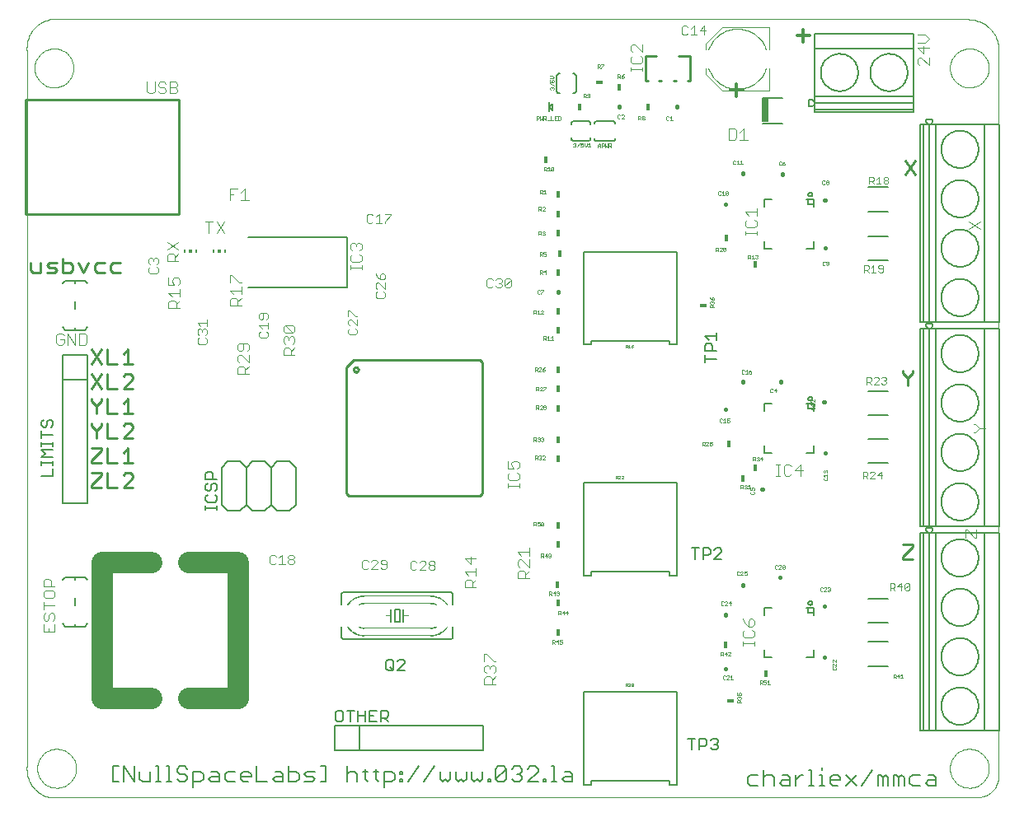
<source format=gto>
G75*
G70*
%OFA0B0*%
%FSLAX24Y24*%
%IPPOS*%
%LPD*%
%AMOC8*
5,1,8,0,0,1.08239X$1,22.5*
%
%ADD10C,0.0000*%
%ADD11C,0.0110*%
%ADD12C,0.0140*%
%ADD13C,0.0070*%
%ADD14C,0.0080*%
%ADD15C,0.0860*%
%ADD16C,0.0040*%
%ADD17R,0.0160X0.0280*%
%ADD18C,0.0010*%
%ADD19C,0.0160*%
%ADD20C,0.0100*%
%ADD21R,0.0280X0.0160*%
%ADD22C,0.0050*%
%ADD23C,0.0060*%
%ADD24C,0.0030*%
%ADD25R,0.0266X0.0965*%
%ADD26R,0.0059X0.0118*%
%ADD27R,0.0118X0.0118*%
%ADD28C,0.0001*%
%ADD29C,0.0020*%
D10*
X001176Y000158D02*
X038639Y000158D01*
X038697Y000160D01*
X038755Y000166D01*
X038812Y000175D01*
X038869Y000188D01*
X038924Y000205D01*
X038978Y000226D01*
X039031Y000249D01*
X039083Y000277D01*
X039132Y000307D01*
X039179Y000341D01*
X039224Y000378D01*
X039266Y000418D01*
X039306Y000460D01*
X039343Y000505D01*
X039377Y000552D01*
X039407Y000602D01*
X039435Y000653D01*
X039458Y000706D01*
X039479Y000760D01*
X039496Y000815D01*
X039509Y000872D01*
X039518Y000929D01*
X039524Y000987D01*
X039526Y001045D01*
X039526Y030418D01*
X039524Y030487D01*
X039518Y030556D01*
X039509Y030625D01*
X039495Y030693D01*
X039478Y030760D01*
X039457Y030826D01*
X039432Y030891D01*
X039404Y030954D01*
X039372Y031016D01*
X039337Y031076D01*
X039298Y031133D01*
X039256Y031189D01*
X039212Y031242D01*
X039164Y031292D01*
X039114Y031340D01*
X039061Y031384D01*
X039005Y031426D01*
X038948Y031465D01*
X038888Y031500D01*
X038826Y031532D01*
X038763Y031560D01*
X038698Y031585D01*
X038632Y031606D01*
X038565Y031623D01*
X038497Y031637D01*
X038428Y031646D01*
X038359Y031652D01*
X038290Y031654D01*
X001173Y031654D01*
X001108Y031639D01*
X001045Y031619D01*
X000982Y031596D01*
X000921Y031570D01*
X000861Y031540D01*
X000803Y031507D01*
X000748Y031470D01*
X000694Y031431D01*
X000642Y031389D01*
X000593Y031343D01*
X000547Y031296D01*
X000503Y031245D01*
X000463Y031192D01*
X000425Y031137D01*
X000390Y031080D01*
X000359Y031022D01*
X000331Y030961D01*
X000307Y030899D01*
X000286Y030836D01*
X000268Y030772D01*
X000254Y030706D01*
X000244Y030641D01*
X000238Y030574D01*
X000235Y030508D01*
X000236Y030441D01*
X000241Y030375D01*
X000249Y030309D01*
X000262Y030243D01*
X000262Y001572D01*
X000249Y001506D01*
X000241Y001440D01*
X000236Y001373D01*
X000235Y001307D01*
X000238Y001240D01*
X000244Y001173D01*
X000254Y001107D01*
X000268Y001042D01*
X000286Y000978D01*
X000307Y000914D01*
X000332Y000852D01*
X000360Y000791D01*
X000391Y000733D01*
X000426Y000675D01*
X000464Y000620D01*
X000504Y000567D01*
X000548Y000517D01*
X000595Y000469D01*
X000644Y000424D01*
X000695Y000381D01*
X000749Y000342D01*
X000805Y000305D01*
X000863Y000272D01*
X000923Y000242D01*
X000984Y000216D01*
X001047Y000193D01*
X001111Y000173D01*
X001176Y000158D01*
X000656Y001339D02*
X000658Y001395D01*
X000664Y001450D01*
X000674Y001504D01*
X000687Y001558D01*
X000705Y001611D01*
X000726Y001662D01*
X000750Y001712D01*
X000778Y001760D01*
X000810Y001806D01*
X000844Y001850D01*
X000882Y001891D01*
X000922Y001929D01*
X000965Y001964D01*
X001010Y001996D01*
X001058Y002025D01*
X001107Y002051D01*
X001158Y002073D01*
X001210Y002091D01*
X001264Y002105D01*
X001319Y002116D01*
X001374Y002123D01*
X001429Y002126D01*
X001485Y002125D01*
X001540Y002120D01*
X001595Y002111D01*
X001649Y002099D01*
X001702Y002082D01*
X001754Y002062D01*
X001804Y002038D01*
X001852Y002011D01*
X001899Y001981D01*
X001943Y001947D01*
X001985Y001910D01*
X002023Y001870D01*
X002060Y001828D01*
X002093Y001783D01*
X002122Y001737D01*
X002149Y001688D01*
X002171Y001637D01*
X002191Y001585D01*
X002206Y001531D01*
X002218Y001477D01*
X002226Y001422D01*
X002230Y001367D01*
X002230Y001311D01*
X002226Y001256D01*
X002218Y001201D01*
X002206Y001147D01*
X002191Y001093D01*
X002171Y001041D01*
X002149Y000990D01*
X002122Y000941D01*
X002093Y000895D01*
X002060Y000850D01*
X002023Y000808D01*
X001985Y000768D01*
X001943Y000731D01*
X001899Y000697D01*
X001852Y000667D01*
X001804Y000640D01*
X001754Y000616D01*
X001702Y000596D01*
X001649Y000579D01*
X001595Y000567D01*
X001540Y000558D01*
X001485Y000553D01*
X001429Y000552D01*
X001374Y000555D01*
X001319Y000562D01*
X001264Y000573D01*
X001210Y000587D01*
X001158Y000605D01*
X001107Y000627D01*
X001058Y000653D01*
X001010Y000682D01*
X000965Y000714D01*
X000922Y000749D01*
X000882Y000787D01*
X000844Y000828D01*
X000810Y000872D01*
X000778Y000918D01*
X000750Y000966D01*
X000726Y001016D01*
X000705Y001067D01*
X000687Y001120D01*
X000674Y001174D01*
X000664Y001228D01*
X000658Y001283D01*
X000656Y001339D01*
X000550Y029686D02*
X000552Y029742D01*
X000558Y029797D01*
X000568Y029851D01*
X000581Y029905D01*
X000599Y029958D01*
X000620Y030009D01*
X000644Y030059D01*
X000672Y030107D01*
X000704Y030153D01*
X000738Y030197D01*
X000776Y030238D01*
X000816Y030276D01*
X000859Y030311D01*
X000904Y030343D01*
X000952Y030372D01*
X001001Y030398D01*
X001052Y030420D01*
X001104Y030438D01*
X001158Y030452D01*
X001213Y030463D01*
X001268Y030470D01*
X001323Y030473D01*
X001379Y030472D01*
X001434Y030467D01*
X001489Y030458D01*
X001543Y030446D01*
X001596Y030429D01*
X001648Y030409D01*
X001698Y030385D01*
X001746Y030358D01*
X001793Y030328D01*
X001837Y030294D01*
X001879Y030257D01*
X001917Y030217D01*
X001954Y030175D01*
X001987Y030130D01*
X002016Y030084D01*
X002043Y030035D01*
X002065Y029984D01*
X002085Y029932D01*
X002100Y029878D01*
X002112Y029824D01*
X002120Y029769D01*
X002124Y029714D01*
X002124Y029658D01*
X002120Y029603D01*
X002112Y029548D01*
X002100Y029494D01*
X002085Y029440D01*
X002065Y029388D01*
X002043Y029337D01*
X002016Y029288D01*
X001987Y029242D01*
X001954Y029197D01*
X001917Y029155D01*
X001879Y029115D01*
X001837Y029078D01*
X001793Y029044D01*
X001746Y029014D01*
X001698Y028987D01*
X001648Y028963D01*
X001596Y028943D01*
X001543Y028926D01*
X001489Y028914D01*
X001434Y028905D01*
X001379Y028900D01*
X001323Y028899D01*
X001268Y028902D01*
X001213Y028909D01*
X001158Y028920D01*
X001104Y028934D01*
X001052Y028952D01*
X001001Y028974D01*
X000952Y029000D01*
X000904Y029029D01*
X000859Y029061D01*
X000816Y029096D01*
X000776Y029134D01*
X000738Y029175D01*
X000704Y029219D01*
X000672Y029265D01*
X000644Y029313D01*
X000620Y029363D01*
X000599Y029414D01*
X000581Y029467D01*
X000568Y029521D01*
X000558Y029575D01*
X000552Y029630D01*
X000550Y029686D01*
X037558Y029686D02*
X037560Y029742D01*
X037566Y029797D01*
X037576Y029851D01*
X037589Y029905D01*
X037607Y029958D01*
X037628Y030009D01*
X037652Y030059D01*
X037680Y030107D01*
X037712Y030153D01*
X037746Y030197D01*
X037784Y030238D01*
X037824Y030276D01*
X037867Y030311D01*
X037912Y030343D01*
X037960Y030372D01*
X038009Y030398D01*
X038060Y030420D01*
X038112Y030438D01*
X038166Y030452D01*
X038221Y030463D01*
X038276Y030470D01*
X038331Y030473D01*
X038387Y030472D01*
X038442Y030467D01*
X038497Y030458D01*
X038551Y030446D01*
X038604Y030429D01*
X038656Y030409D01*
X038706Y030385D01*
X038754Y030358D01*
X038801Y030328D01*
X038845Y030294D01*
X038887Y030257D01*
X038925Y030217D01*
X038962Y030175D01*
X038995Y030130D01*
X039024Y030084D01*
X039051Y030035D01*
X039073Y029984D01*
X039093Y029932D01*
X039108Y029878D01*
X039120Y029824D01*
X039128Y029769D01*
X039132Y029714D01*
X039132Y029658D01*
X039128Y029603D01*
X039120Y029548D01*
X039108Y029494D01*
X039093Y029440D01*
X039073Y029388D01*
X039051Y029337D01*
X039024Y029288D01*
X038995Y029242D01*
X038962Y029197D01*
X038925Y029155D01*
X038887Y029115D01*
X038845Y029078D01*
X038801Y029044D01*
X038754Y029014D01*
X038706Y028987D01*
X038656Y028963D01*
X038604Y028943D01*
X038551Y028926D01*
X038497Y028914D01*
X038442Y028905D01*
X038387Y028900D01*
X038331Y028899D01*
X038276Y028902D01*
X038221Y028909D01*
X038166Y028920D01*
X038112Y028934D01*
X038060Y028952D01*
X038009Y028974D01*
X037960Y029000D01*
X037912Y029029D01*
X037867Y029061D01*
X037824Y029096D01*
X037784Y029134D01*
X037746Y029175D01*
X037712Y029219D01*
X037680Y029265D01*
X037652Y029313D01*
X037628Y029363D01*
X037607Y029414D01*
X037589Y029467D01*
X037576Y029521D01*
X037566Y029575D01*
X037560Y029630D01*
X037558Y029686D01*
X037558Y001339D02*
X037560Y001395D01*
X037566Y001450D01*
X037576Y001504D01*
X037589Y001558D01*
X037607Y001611D01*
X037628Y001662D01*
X037652Y001712D01*
X037680Y001760D01*
X037712Y001806D01*
X037746Y001850D01*
X037784Y001891D01*
X037824Y001929D01*
X037867Y001964D01*
X037912Y001996D01*
X037960Y002025D01*
X038009Y002051D01*
X038060Y002073D01*
X038112Y002091D01*
X038166Y002105D01*
X038221Y002116D01*
X038276Y002123D01*
X038331Y002126D01*
X038387Y002125D01*
X038442Y002120D01*
X038497Y002111D01*
X038551Y002099D01*
X038604Y002082D01*
X038656Y002062D01*
X038706Y002038D01*
X038754Y002011D01*
X038801Y001981D01*
X038845Y001947D01*
X038887Y001910D01*
X038925Y001870D01*
X038962Y001828D01*
X038995Y001783D01*
X039024Y001737D01*
X039051Y001688D01*
X039073Y001637D01*
X039093Y001585D01*
X039108Y001531D01*
X039120Y001477D01*
X039128Y001422D01*
X039132Y001367D01*
X039132Y001311D01*
X039128Y001256D01*
X039120Y001201D01*
X039108Y001147D01*
X039093Y001093D01*
X039073Y001041D01*
X039051Y000990D01*
X039024Y000941D01*
X038995Y000895D01*
X038962Y000850D01*
X038925Y000808D01*
X038887Y000768D01*
X038845Y000731D01*
X038801Y000697D01*
X038754Y000667D01*
X038706Y000640D01*
X038656Y000616D01*
X038604Y000596D01*
X038551Y000579D01*
X038497Y000567D01*
X038442Y000558D01*
X038387Y000553D01*
X038331Y000552D01*
X038276Y000555D01*
X038221Y000562D01*
X038166Y000573D01*
X038112Y000587D01*
X038060Y000605D01*
X038009Y000627D01*
X037960Y000653D01*
X037912Y000682D01*
X037867Y000714D01*
X037824Y000749D01*
X037784Y000787D01*
X037746Y000828D01*
X037712Y000872D01*
X037680Y000918D01*
X037652Y000966D01*
X037628Y001016D01*
X037607Y001067D01*
X037589Y001120D01*
X037576Y001174D01*
X037566Y001228D01*
X037560Y001283D01*
X037558Y001339D01*
D11*
X036037Y009819D02*
X035644Y009819D01*
X035644Y009917D01*
X036037Y010311D01*
X036037Y010409D01*
X035644Y010409D01*
X035841Y016836D02*
X035841Y017132D01*
X036037Y017329D01*
X036037Y017427D01*
X035841Y017132D02*
X035644Y017329D01*
X035644Y017427D01*
X035750Y025354D02*
X036144Y025945D01*
X035750Y025945D02*
X036144Y025354D01*
X004531Y017713D02*
X004138Y017713D01*
X004334Y017713D02*
X004334Y018304D01*
X004138Y018107D01*
X003887Y017713D02*
X003493Y017713D01*
X003493Y018304D01*
X003242Y018304D02*
X002849Y017713D01*
X003242Y017713D02*
X002849Y018304D01*
X002849Y017304D02*
X003242Y016713D01*
X003493Y016713D02*
X003887Y016713D01*
X004138Y016713D02*
X004531Y017107D01*
X004531Y017205D01*
X004433Y017304D01*
X004236Y017304D01*
X004138Y017205D01*
X004138Y016713D02*
X004531Y016713D01*
X004334Y016304D02*
X004334Y015713D01*
X004138Y015713D02*
X004531Y015713D01*
X004433Y015304D02*
X004236Y015304D01*
X004138Y015205D01*
X004433Y015304D02*
X004531Y015205D01*
X004531Y015107D01*
X004138Y014713D01*
X004531Y014713D01*
X004334Y014304D02*
X004334Y013713D01*
X004138Y013713D02*
X004531Y013713D01*
X004138Y014107D02*
X004334Y014304D01*
X003887Y013713D02*
X003493Y013713D01*
X003493Y014304D01*
X003242Y014304D02*
X003242Y014205D01*
X002849Y013812D01*
X002849Y013713D01*
X003242Y013713D01*
X003242Y014304D02*
X002849Y014304D01*
X003045Y014713D02*
X003045Y015009D01*
X003242Y015205D01*
X003242Y015304D01*
X003493Y015304D02*
X003493Y014713D01*
X003887Y014713D01*
X003045Y015009D02*
X002849Y015205D01*
X002849Y015304D01*
X003045Y015713D02*
X003045Y016009D01*
X003242Y016205D01*
X003242Y016304D01*
X003493Y016304D02*
X003493Y015713D01*
X003887Y015713D01*
X004138Y016107D02*
X004334Y016304D01*
X003493Y016713D02*
X003493Y017304D01*
X003242Y017304D02*
X002849Y016713D01*
X002849Y016304D02*
X002849Y016205D01*
X003045Y016009D01*
X002849Y013304D02*
X003242Y013304D01*
X003242Y013205D01*
X002849Y012812D01*
X002849Y012713D01*
X003242Y012713D01*
X003493Y012713D02*
X003887Y012713D01*
X004138Y012713D02*
X004531Y013107D01*
X004531Y013205D01*
X004433Y013304D01*
X004236Y013304D01*
X004138Y013205D01*
X004138Y012713D02*
X004531Y012713D01*
X003493Y012713D02*
X003493Y013304D01*
X003372Y021396D02*
X003077Y021396D01*
X002978Y021495D01*
X002978Y021692D01*
X003077Y021790D01*
X003372Y021790D01*
X003623Y021692D02*
X003623Y021495D01*
X003721Y021396D01*
X004016Y021396D01*
X004016Y021790D02*
X003721Y021790D01*
X003623Y021692D01*
X002727Y021790D02*
X002531Y021396D01*
X002334Y021790D01*
X002083Y021692D02*
X001984Y021790D01*
X001689Y021790D01*
X001689Y021987D02*
X001689Y021396D01*
X001984Y021396D01*
X002083Y021495D01*
X002083Y021692D01*
X001438Y021790D02*
X001143Y021790D01*
X001045Y021692D01*
X001143Y021593D01*
X001340Y021593D01*
X001438Y021495D01*
X001340Y021396D01*
X001045Y021396D01*
X000794Y021396D02*
X000794Y021790D01*
X000794Y021396D02*
X000499Y021396D01*
X000400Y021495D01*
X000400Y021790D01*
D12*
X028672Y028799D02*
X029179Y028799D01*
X028925Y029052D02*
X028925Y028545D01*
X031625Y030745D02*
X031625Y031252D01*
X031372Y030999D02*
X031879Y030999D01*
D13*
X021558Y001424D02*
X021453Y001424D01*
X021558Y001424D02*
X021558Y000793D01*
X021453Y000793D02*
X021663Y000793D01*
X021883Y000898D02*
X021988Y001003D01*
X022303Y001003D01*
X022303Y001109D02*
X022303Y000793D01*
X021988Y000793D01*
X021883Y000898D01*
X021988Y001214D02*
X022198Y001214D01*
X022303Y001109D01*
X021236Y000898D02*
X021236Y000793D01*
X021131Y000793D01*
X021131Y000898D01*
X021236Y000898D01*
X020907Y000793D02*
X020486Y000793D01*
X020907Y001214D01*
X020907Y001319D01*
X020801Y001424D01*
X020591Y001424D01*
X020486Y001319D01*
X020262Y001319D02*
X020262Y001214D01*
X020157Y001109D01*
X020262Y001003D01*
X020262Y000898D01*
X020157Y000793D01*
X019947Y000793D01*
X019842Y000898D01*
X019618Y000898D02*
X019512Y000793D01*
X019302Y000793D01*
X019197Y000898D01*
X019618Y001319D01*
X019618Y000898D01*
X019197Y000898D02*
X019197Y001319D01*
X019302Y001424D01*
X019512Y001424D01*
X019618Y001319D01*
X019842Y001319D02*
X019947Y001424D01*
X020157Y001424D01*
X020262Y001319D01*
X020157Y001109D02*
X020052Y001109D01*
X018980Y000898D02*
X018980Y000793D01*
X018875Y000793D01*
X018875Y000898D01*
X018980Y000898D01*
X018651Y000898D02*
X018651Y001214D01*
X018651Y000898D02*
X018546Y000793D01*
X018441Y000898D01*
X018335Y000793D01*
X018230Y000898D01*
X018230Y001214D01*
X018006Y001214D02*
X018006Y000898D01*
X017901Y000793D01*
X017796Y000898D01*
X017691Y000793D01*
X017586Y000898D01*
X017586Y001214D01*
X017362Y001214D02*
X017362Y000898D01*
X017257Y000793D01*
X017151Y000898D01*
X017046Y000793D01*
X016941Y000898D01*
X016941Y001214D01*
X016717Y001424D02*
X016297Y000793D01*
X015652Y000793D02*
X016073Y001424D01*
X015435Y001214D02*
X015435Y001109D01*
X015330Y001109D01*
X015330Y001214D01*
X015435Y001214D01*
X015435Y000898D02*
X015330Y000898D01*
X015330Y000793D01*
X015435Y000793D01*
X015435Y000898D01*
X015106Y000898D02*
X015106Y001109D01*
X015001Y001214D01*
X014686Y001214D01*
X014686Y000583D01*
X014686Y000793D02*
X015001Y000793D01*
X015106Y000898D01*
X014466Y000793D02*
X014361Y000898D01*
X014361Y001319D01*
X014256Y001214D02*
X014466Y001214D01*
X014036Y001214D02*
X013826Y001214D01*
X013931Y001319D02*
X013931Y000898D01*
X014036Y000793D01*
X013602Y000793D02*
X013602Y001109D01*
X013497Y001214D01*
X013287Y001214D01*
X013182Y001109D01*
X013182Y001424D02*
X013182Y000793D01*
X012318Y000793D02*
X012318Y001424D01*
X012107Y001424D01*
X011883Y001214D02*
X011568Y001214D01*
X011463Y001109D01*
X011568Y001003D01*
X011778Y001003D01*
X011883Y000898D01*
X011778Y000793D01*
X011463Y000793D01*
X011239Y000898D02*
X011239Y001109D01*
X011134Y001214D01*
X010818Y001214D01*
X010818Y001424D02*
X010818Y000793D01*
X011134Y000793D01*
X011239Y000898D01*
X010594Y000793D02*
X010594Y001109D01*
X010489Y001214D01*
X010279Y001214D01*
X010279Y001003D02*
X010594Y001003D01*
X010594Y000793D02*
X010279Y000793D01*
X010174Y000898D01*
X010279Y001003D01*
X009950Y000793D02*
X009529Y000793D01*
X009529Y001424D01*
X009305Y001109D02*
X009305Y001003D01*
X008885Y001003D01*
X008885Y000898D02*
X008885Y001109D01*
X008990Y001214D01*
X009200Y001214D01*
X009305Y001109D01*
X009200Y000793D02*
X008990Y000793D01*
X008885Y000898D01*
X008661Y000793D02*
X008345Y000793D01*
X008240Y000898D01*
X008240Y001109D01*
X008345Y001214D01*
X008661Y001214D01*
X008016Y001109D02*
X008016Y000793D01*
X007701Y000793D01*
X007596Y000898D01*
X007701Y001003D01*
X008016Y001003D01*
X008016Y001109D02*
X007911Y001214D01*
X007701Y001214D01*
X007372Y001109D02*
X007372Y000898D01*
X007266Y000793D01*
X006951Y000793D01*
X006951Y000583D02*
X006951Y001214D01*
X007266Y001214D01*
X007372Y001109D01*
X006727Y001003D02*
X006727Y000898D01*
X006622Y000793D01*
X006412Y000793D01*
X006307Y000898D01*
X006412Y001109D02*
X006622Y001109D01*
X006727Y001003D01*
X006727Y001319D02*
X006622Y001424D01*
X006412Y001424D01*
X006307Y001319D01*
X006307Y001214D01*
X006412Y001109D01*
X006087Y000793D02*
X005877Y000793D01*
X005982Y000793D02*
X005982Y001424D01*
X005877Y001424D01*
X005552Y001424D02*
X005552Y000793D01*
X005447Y000793D02*
X005657Y000793D01*
X005223Y000793D02*
X005223Y001214D01*
X005447Y001424D02*
X005552Y001424D01*
X005223Y000793D02*
X004908Y000793D01*
X004803Y000898D01*
X004803Y001214D01*
X004579Y001424D02*
X004579Y000793D01*
X004158Y001424D01*
X004158Y000793D01*
X003939Y000793D02*
X003729Y000793D01*
X003729Y001424D01*
X003939Y001424D01*
X012107Y000793D02*
X012318Y000793D01*
D14*
X002686Y007194D02*
X002576Y007084D01*
X002186Y007084D01*
X001796Y007084D01*
X001686Y007194D01*
X002186Y007184D02*
X002186Y007084D01*
X002186Y007934D02*
X002186Y008234D01*
X002186Y008984D02*
X002186Y009084D01*
X001796Y009084D01*
X001686Y008974D01*
X002186Y009084D02*
X002576Y009084D01*
X002686Y008974D01*
X002576Y019084D02*
X002186Y019084D01*
X001796Y019084D01*
X001686Y019194D01*
X002186Y019184D02*
X002186Y019084D01*
X002576Y019084D02*
X002686Y019194D01*
X002186Y019934D02*
X002186Y020234D01*
X002186Y020984D02*
X002186Y021084D01*
X001796Y021084D01*
X001686Y020974D01*
X002186Y021084D02*
X002576Y021084D01*
X002686Y020974D01*
X009171Y020788D02*
X013187Y020788D01*
X013187Y022835D01*
X009171Y022835D01*
X021349Y027930D02*
X021349Y028111D01*
X021471Y028233D01*
X021471Y027985D01*
X021345Y028111D01*
X021349Y028111D02*
X021349Y028292D01*
X021657Y028750D02*
X021657Y029380D01*
X021663Y029398D01*
X021672Y029416D01*
X021684Y029431D01*
X021700Y029443D01*
X021717Y029452D01*
X021736Y029458D01*
X021755Y029460D01*
X021775Y029458D01*
X022326Y029458D02*
X022344Y029460D01*
X022361Y029459D01*
X022378Y029455D01*
X022394Y029448D01*
X022409Y029438D01*
X022421Y029426D01*
X022431Y029412D01*
X022439Y029396D01*
X022444Y029380D01*
X022444Y028750D01*
X022444Y028749D02*
X022439Y028733D01*
X022431Y028717D01*
X022421Y028703D01*
X022409Y028691D01*
X022394Y028681D01*
X022378Y028674D01*
X022361Y028670D01*
X022344Y028669D01*
X022326Y028671D01*
X021775Y028671D02*
X021755Y028669D01*
X021736Y028671D01*
X021717Y028677D01*
X021700Y028686D01*
X021684Y028698D01*
X021672Y028713D01*
X021663Y028731D01*
X021657Y028749D01*
X022321Y027528D02*
X022951Y027528D01*
X022952Y027528D02*
X022968Y027523D01*
X022984Y027515D01*
X022998Y027505D01*
X023010Y027493D01*
X023020Y027478D01*
X023027Y027462D01*
X023031Y027445D01*
X023032Y027428D01*
X023030Y027410D01*
X023172Y027432D02*
X023174Y027449D01*
X023178Y027466D01*
X023185Y027482D01*
X023195Y027496D01*
X023208Y027509D01*
X023222Y027519D01*
X023238Y027526D01*
X023255Y027530D01*
X023272Y027532D01*
X023922Y027532D01*
X023939Y027530D01*
X023956Y027526D01*
X023972Y027519D01*
X023986Y027509D01*
X023999Y027496D01*
X024009Y027482D01*
X024016Y027466D01*
X024020Y027449D01*
X024022Y027432D01*
X024022Y026832D02*
X024020Y026815D01*
X024016Y026798D01*
X024009Y026782D01*
X023999Y026768D01*
X023986Y026755D01*
X023972Y026745D01*
X023956Y026738D01*
X023939Y026734D01*
X023922Y026732D01*
X023272Y026732D01*
X023255Y026734D01*
X023238Y026738D01*
X023222Y026745D01*
X023208Y026755D01*
X023195Y026768D01*
X023185Y026782D01*
X023178Y026798D01*
X023174Y026815D01*
X023172Y026832D01*
X022951Y026741D02*
X022321Y026741D01*
X022305Y026746D01*
X022289Y026754D01*
X022275Y026764D01*
X022263Y026776D01*
X022253Y026791D01*
X022246Y026807D01*
X022242Y026824D01*
X022241Y026841D01*
X022243Y026859D01*
X022243Y027410D02*
X022241Y027428D01*
X022242Y027445D01*
X022246Y027462D01*
X022253Y027478D01*
X022263Y027493D01*
X022275Y027505D01*
X022289Y027515D01*
X022305Y027523D01*
X022321Y027528D01*
X023030Y026859D02*
X023032Y026841D01*
X023031Y026824D01*
X023027Y026807D01*
X023020Y026791D01*
X023010Y026776D01*
X022998Y026764D01*
X022984Y026754D01*
X022968Y026746D01*
X022952Y026741D01*
X022769Y022241D02*
X022769Y018489D01*
X023070Y018489D01*
X023070Y018646D01*
X026220Y018646D01*
X026220Y018489D01*
X026521Y018489D01*
X026521Y022241D01*
X022769Y022241D01*
X030046Y022387D02*
X030046Y022687D01*
X030046Y022387D02*
X030346Y022387D01*
X031746Y022387D02*
X032030Y022387D01*
X032046Y022387D02*
X032046Y022687D01*
X032046Y024087D02*
X032046Y024387D01*
X031746Y024387D01*
X031833Y024371D02*
X031833Y024174D01*
X032030Y024174D01*
X031833Y024568D02*
X031835Y024586D01*
X031841Y024602D01*
X031850Y024617D01*
X031863Y024630D01*
X031878Y024639D01*
X031894Y024645D01*
X031912Y024647D01*
X031930Y024645D01*
X031946Y024639D01*
X031961Y024630D01*
X031974Y024617D01*
X031983Y024602D01*
X031989Y024586D01*
X031991Y024568D01*
X031989Y024550D01*
X031983Y024534D01*
X031974Y024519D01*
X031961Y024506D01*
X031946Y024497D01*
X031930Y024491D01*
X031912Y024489D01*
X031894Y024491D01*
X031878Y024497D01*
X031863Y024506D01*
X031850Y024519D01*
X031841Y024534D01*
X031835Y024550D01*
X031833Y024568D01*
X030346Y024387D02*
X030046Y024387D01*
X030046Y024087D01*
X029979Y027449D02*
X030790Y027449D01*
X031869Y028123D02*
X031869Y028404D01*
X031972Y028404D01*
X032042Y028345D01*
X032093Y028345D01*
X032093Y028528D01*
X036093Y028528D01*
X036093Y028261D01*
X036093Y028016D01*
X036093Y027898D01*
X032093Y027898D01*
X032093Y028016D01*
X036093Y028016D01*
X036093Y028261D02*
X032093Y028261D01*
X032093Y028182D01*
X032093Y028016D01*
X031972Y028123D02*
X032042Y028182D01*
X032093Y028182D01*
X032093Y028261D02*
X032093Y028345D01*
X032093Y028528D02*
X032093Y028722D01*
X032093Y030296D01*
X032093Y030486D01*
X032093Y031087D01*
X036093Y031087D01*
X036093Y030486D01*
X036093Y030296D01*
X036093Y028722D01*
X036093Y028528D01*
X036582Y027619D02*
X036863Y027619D01*
X036863Y027516D01*
X036804Y027446D01*
X036804Y027395D01*
X036987Y027395D01*
X036987Y019395D01*
X036720Y019395D01*
X036475Y019395D01*
X036357Y019395D01*
X036357Y027395D01*
X036475Y027395D01*
X036475Y019395D01*
X036582Y019352D02*
X036863Y019352D01*
X036863Y019248D01*
X036804Y019178D01*
X036804Y019127D01*
X036987Y019127D01*
X036987Y011127D01*
X036720Y011127D01*
X036475Y011127D01*
X036357Y011127D01*
X036357Y019127D01*
X036475Y019127D01*
X036475Y011127D01*
X036582Y011084D02*
X036863Y011084D01*
X036863Y010980D01*
X036804Y010910D01*
X036804Y010859D01*
X036987Y010859D01*
X036987Y002859D01*
X036720Y002859D01*
X036475Y002859D01*
X036357Y002859D01*
X036357Y010859D01*
X036475Y010859D01*
X036475Y002859D01*
X036720Y002859D02*
X036720Y010859D01*
X036641Y010859D01*
X036475Y010859D01*
X036582Y010980D02*
X036641Y010910D01*
X036641Y010859D01*
X036720Y010859D02*
X036804Y010859D01*
X036987Y010859D02*
X037181Y010859D01*
X038755Y010859D01*
X038945Y010859D01*
X039546Y010859D01*
X039546Y002859D01*
X038945Y002859D01*
X038755Y002859D01*
X037181Y002859D01*
X036987Y002859D01*
X037207Y003859D02*
X037209Y003913D01*
X037215Y003968D01*
X037225Y004021D01*
X037238Y004074D01*
X037256Y004125D01*
X037277Y004176D01*
X037301Y004224D01*
X037329Y004271D01*
X037361Y004315D01*
X037395Y004357D01*
X037433Y004397D01*
X037473Y004434D01*
X037516Y004467D01*
X037561Y004498D01*
X037608Y004525D01*
X037657Y004549D01*
X037707Y004569D01*
X037759Y004586D01*
X037812Y004598D01*
X037866Y004607D01*
X037920Y004612D01*
X037975Y004613D01*
X038029Y004610D01*
X038083Y004603D01*
X038136Y004592D01*
X038189Y004578D01*
X038240Y004559D01*
X038290Y004537D01*
X038338Y004512D01*
X038384Y004483D01*
X038428Y004451D01*
X038470Y004416D01*
X038508Y004378D01*
X038544Y004337D01*
X038577Y004293D01*
X038607Y004248D01*
X038633Y004200D01*
X038656Y004151D01*
X038676Y004100D01*
X038691Y004048D01*
X038703Y003994D01*
X038711Y003941D01*
X038715Y003886D01*
X038715Y003832D01*
X038711Y003777D01*
X038703Y003724D01*
X038691Y003670D01*
X038676Y003618D01*
X038656Y003567D01*
X038633Y003518D01*
X038607Y003470D01*
X038577Y003425D01*
X038544Y003381D01*
X038508Y003340D01*
X038470Y003302D01*
X038428Y003267D01*
X038384Y003235D01*
X038338Y003206D01*
X038290Y003181D01*
X038240Y003159D01*
X038189Y003140D01*
X038136Y003126D01*
X038083Y003115D01*
X038029Y003108D01*
X037975Y003105D01*
X037920Y003106D01*
X037866Y003111D01*
X037812Y003120D01*
X037759Y003132D01*
X037707Y003149D01*
X037657Y003169D01*
X037608Y003193D01*
X037561Y003220D01*
X037516Y003251D01*
X037473Y003284D01*
X037433Y003321D01*
X037395Y003361D01*
X037361Y003403D01*
X037329Y003447D01*
X037301Y003494D01*
X037277Y003542D01*
X037256Y003593D01*
X037238Y003644D01*
X037225Y003697D01*
X037215Y003750D01*
X037209Y003805D01*
X037207Y003859D01*
X038945Y002859D02*
X038945Y010859D01*
X038945Y011127D02*
X039546Y011127D01*
X039546Y019127D01*
X038945Y019127D01*
X038755Y019127D01*
X037181Y019127D01*
X036987Y019127D01*
X036804Y019127D02*
X036720Y019127D01*
X036720Y011127D01*
X036582Y011084D02*
X036582Y010980D01*
X036987Y011127D02*
X037181Y011127D01*
X038755Y011127D01*
X038945Y011127D01*
X038945Y019127D01*
X038945Y019395D02*
X039546Y019395D01*
X039546Y027395D01*
X038945Y027395D01*
X038755Y027395D01*
X037181Y027395D01*
X036987Y027395D01*
X036804Y027395D02*
X036720Y027395D01*
X036720Y019395D01*
X036582Y019352D02*
X036582Y019248D01*
X036641Y019178D01*
X036641Y019127D01*
X036475Y019127D01*
X036641Y019127D02*
X036720Y019127D01*
X036987Y019395D02*
X037181Y019395D01*
X038755Y019395D01*
X038945Y019395D01*
X038945Y027395D01*
X037207Y026395D02*
X037209Y026449D01*
X037215Y026504D01*
X037225Y026557D01*
X037238Y026610D01*
X037256Y026661D01*
X037277Y026712D01*
X037301Y026760D01*
X037329Y026807D01*
X037361Y026851D01*
X037395Y026893D01*
X037433Y026933D01*
X037473Y026970D01*
X037516Y027003D01*
X037561Y027034D01*
X037608Y027061D01*
X037657Y027085D01*
X037707Y027105D01*
X037759Y027122D01*
X037812Y027134D01*
X037866Y027143D01*
X037920Y027148D01*
X037975Y027149D01*
X038029Y027146D01*
X038083Y027139D01*
X038136Y027128D01*
X038189Y027114D01*
X038240Y027095D01*
X038290Y027073D01*
X038338Y027048D01*
X038384Y027019D01*
X038428Y026987D01*
X038470Y026952D01*
X038508Y026914D01*
X038544Y026873D01*
X038577Y026829D01*
X038607Y026784D01*
X038633Y026736D01*
X038656Y026687D01*
X038676Y026636D01*
X038691Y026584D01*
X038703Y026530D01*
X038711Y026477D01*
X038715Y026422D01*
X038715Y026368D01*
X038711Y026313D01*
X038703Y026260D01*
X038691Y026206D01*
X038676Y026154D01*
X038656Y026103D01*
X038633Y026054D01*
X038607Y026006D01*
X038577Y025961D01*
X038544Y025917D01*
X038508Y025876D01*
X038470Y025838D01*
X038428Y025803D01*
X038384Y025771D01*
X038338Y025742D01*
X038290Y025717D01*
X038240Y025695D01*
X038189Y025676D01*
X038136Y025662D01*
X038083Y025651D01*
X038029Y025644D01*
X037975Y025641D01*
X037920Y025642D01*
X037866Y025647D01*
X037812Y025656D01*
X037759Y025668D01*
X037707Y025685D01*
X037657Y025705D01*
X037608Y025729D01*
X037561Y025756D01*
X037516Y025787D01*
X037473Y025820D01*
X037433Y025857D01*
X037395Y025897D01*
X037361Y025939D01*
X037329Y025983D01*
X037301Y026030D01*
X037277Y026078D01*
X037256Y026129D01*
X037238Y026180D01*
X037225Y026233D01*
X037215Y026286D01*
X037209Y026341D01*
X037207Y026395D01*
X036720Y027395D02*
X036641Y027395D01*
X036475Y027395D01*
X036582Y027516D02*
X036641Y027446D01*
X036641Y027395D01*
X036582Y027516D02*
X036582Y027619D01*
X034339Y029502D02*
X034341Y029556D01*
X034347Y029611D01*
X034357Y029664D01*
X034370Y029717D01*
X034388Y029768D01*
X034409Y029819D01*
X034433Y029867D01*
X034461Y029914D01*
X034493Y029958D01*
X034527Y030000D01*
X034565Y030040D01*
X034605Y030077D01*
X034648Y030110D01*
X034693Y030141D01*
X034740Y030168D01*
X034789Y030192D01*
X034839Y030212D01*
X034891Y030229D01*
X034944Y030241D01*
X034998Y030250D01*
X035052Y030255D01*
X035107Y030256D01*
X035161Y030253D01*
X035215Y030246D01*
X035268Y030235D01*
X035321Y030221D01*
X035372Y030202D01*
X035422Y030180D01*
X035470Y030155D01*
X035516Y030126D01*
X035560Y030094D01*
X035602Y030059D01*
X035640Y030021D01*
X035676Y029980D01*
X035709Y029936D01*
X035739Y029891D01*
X035765Y029843D01*
X035788Y029794D01*
X035808Y029743D01*
X035823Y029691D01*
X035835Y029637D01*
X035843Y029584D01*
X035847Y029529D01*
X035847Y029475D01*
X035843Y029420D01*
X035835Y029367D01*
X035823Y029313D01*
X035808Y029261D01*
X035788Y029210D01*
X035765Y029161D01*
X035739Y029113D01*
X035709Y029068D01*
X035676Y029024D01*
X035640Y028983D01*
X035602Y028945D01*
X035560Y028910D01*
X035516Y028878D01*
X035470Y028849D01*
X035422Y028824D01*
X035372Y028802D01*
X035321Y028783D01*
X035268Y028769D01*
X035215Y028758D01*
X035161Y028751D01*
X035107Y028748D01*
X035052Y028749D01*
X034998Y028754D01*
X034944Y028763D01*
X034891Y028775D01*
X034839Y028792D01*
X034789Y028812D01*
X034740Y028836D01*
X034693Y028863D01*
X034648Y028894D01*
X034605Y028927D01*
X034565Y028964D01*
X034527Y029004D01*
X034493Y029046D01*
X034461Y029090D01*
X034433Y029137D01*
X034409Y029185D01*
X034388Y029236D01*
X034370Y029287D01*
X034357Y029340D01*
X034347Y029393D01*
X034341Y029448D01*
X034339Y029502D01*
X032339Y029502D02*
X032341Y029556D01*
X032347Y029611D01*
X032357Y029664D01*
X032370Y029717D01*
X032388Y029768D01*
X032409Y029819D01*
X032433Y029867D01*
X032461Y029914D01*
X032493Y029958D01*
X032527Y030000D01*
X032565Y030040D01*
X032605Y030077D01*
X032648Y030110D01*
X032693Y030141D01*
X032740Y030168D01*
X032789Y030192D01*
X032839Y030212D01*
X032891Y030229D01*
X032944Y030241D01*
X032998Y030250D01*
X033052Y030255D01*
X033107Y030256D01*
X033161Y030253D01*
X033215Y030246D01*
X033268Y030235D01*
X033321Y030221D01*
X033372Y030202D01*
X033422Y030180D01*
X033470Y030155D01*
X033516Y030126D01*
X033560Y030094D01*
X033602Y030059D01*
X033640Y030021D01*
X033676Y029980D01*
X033709Y029936D01*
X033739Y029891D01*
X033765Y029843D01*
X033788Y029794D01*
X033808Y029743D01*
X033823Y029691D01*
X033835Y029637D01*
X033843Y029584D01*
X033847Y029529D01*
X033847Y029475D01*
X033843Y029420D01*
X033835Y029367D01*
X033823Y029313D01*
X033808Y029261D01*
X033788Y029210D01*
X033765Y029161D01*
X033739Y029113D01*
X033709Y029068D01*
X033676Y029024D01*
X033640Y028983D01*
X033602Y028945D01*
X033560Y028910D01*
X033516Y028878D01*
X033470Y028849D01*
X033422Y028824D01*
X033372Y028802D01*
X033321Y028783D01*
X033268Y028769D01*
X033215Y028758D01*
X033161Y028751D01*
X033107Y028748D01*
X033052Y028749D01*
X032998Y028754D01*
X032944Y028763D01*
X032891Y028775D01*
X032839Y028792D01*
X032789Y028812D01*
X032740Y028836D01*
X032693Y028863D01*
X032648Y028894D01*
X032605Y028927D01*
X032565Y028964D01*
X032527Y029004D01*
X032493Y029046D01*
X032461Y029090D01*
X032433Y029137D01*
X032409Y029185D01*
X032388Y029236D01*
X032370Y029287D01*
X032357Y029340D01*
X032347Y029393D01*
X032341Y029448D01*
X032339Y029502D01*
X032093Y030486D02*
X036093Y030486D01*
X031972Y028123D02*
X031869Y028123D01*
X030790Y028472D02*
X029979Y028472D01*
X037207Y024395D02*
X037209Y024449D01*
X037215Y024504D01*
X037225Y024557D01*
X037238Y024610D01*
X037256Y024661D01*
X037277Y024712D01*
X037301Y024760D01*
X037329Y024807D01*
X037361Y024851D01*
X037395Y024893D01*
X037433Y024933D01*
X037473Y024970D01*
X037516Y025003D01*
X037561Y025034D01*
X037608Y025061D01*
X037657Y025085D01*
X037707Y025105D01*
X037759Y025122D01*
X037812Y025134D01*
X037866Y025143D01*
X037920Y025148D01*
X037975Y025149D01*
X038029Y025146D01*
X038083Y025139D01*
X038136Y025128D01*
X038189Y025114D01*
X038240Y025095D01*
X038290Y025073D01*
X038338Y025048D01*
X038384Y025019D01*
X038428Y024987D01*
X038470Y024952D01*
X038508Y024914D01*
X038544Y024873D01*
X038577Y024829D01*
X038607Y024784D01*
X038633Y024736D01*
X038656Y024687D01*
X038676Y024636D01*
X038691Y024584D01*
X038703Y024530D01*
X038711Y024477D01*
X038715Y024422D01*
X038715Y024368D01*
X038711Y024313D01*
X038703Y024260D01*
X038691Y024206D01*
X038676Y024154D01*
X038656Y024103D01*
X038633Y024054D01*
X038607Y024006D01*
X038577Y023961D01*
X038544Y023917D01*
X038508Y023876D01*
X038470Y023838D01*
X038428Y023803D01*
X038384Y023771D01*
X038338Y023742D01*
X038290Y023717D01*
X038240Y023695D01*
X038189Y023676D01*
X038136Y023662D01*
X038083Y023651D01*
X038029Y023644D01*
X037975Y023641D01*
X037920Y023642D01*
X037866Y023647D01*
X037812Y023656D01*
X037759Y023668D01*
X037707Y023685D01*
X037657Y023705D01*
X037608Y023729D01*
X037561Y023756D01*
X037516Y023787D01*
X037473Y023820D01*
X037433Y023857D01*
X037395Y023897D01*
X037361Y023939D01*
X037329Y023983D01*
X037301Y024030D01*
X037277Y024078D01*
X037256Y024129D01*
X037238Y024180D01*
X037225Y024233D01*
X037215Y024286D01*
X037209Y024341D01*
X037207Y024395D01*
X037207Y022395D02*
X037209Y022449D01*
X037215Y022504D01*
X037225Y022557D01*
X037238Y022610D01*
X037256Y022661D01*
X037277Y022712D01*
X037301Y022760D01*
X037329Y022807D01*
X037361Y022851D01*
X037395Y022893D01*
X037433Y022933D01*
X037473Y022970D01*
X037516Y023003D01*
X037561Y023034D01*
X037608Y023061D01*
X037657Y023085D01*
X037707Y023105D01*
X037759Y023122D01*
X037812Y023134D01*
X037866Y023143D01*
X037920Y023148D01*
X037975Y023149D01*
X038029Y023146D01*
X038083Y023139D01*
X038136Y023128D01*
X038189Y023114D01*
X038240Y023095D01*
X038290Y023073D01*
X038338Y023048D01*
X038384Y023019D01*
X038428Y022987D01*
X038470Y022952D01*
X038508Y022914D01*
X038544Y022873D01*
X038577Y022829D01*
X038607Y022784D01*
X038633Y022736D01*
X038656Y022687D01*
X038676Y022636D01*
X038691Y022584D01*
X038703Y022530D01*
X038711Y022477D01*
X038715Y022422D01*
X038715Y022368D01*
X038711Y022313D01*
X038703Y022260D01*
X038691Y022206D01*
X038676Y022154D01*
X038656Y022103D01*
X038633Y022054D01*
X038607Y022006D01*
X038577Y021961D01*
X038544Y021917D01*
X038508Y021876D01*
X038470Y021838D01*
X038428Y021803D01*
X038384Y021771D01*
X038338Y021742D01*
X038290Y021717D01*
X038240Y021695D01*
X038189Y021676D01*
X038136Y021662D01*
X038083Y021651D01*
X038029Y021644D01*
X037975Y021641D01*
X037920Y021642D01*
X037866Y021647D01*
X037812Y021656D01*
X037759Y021668D01*
X037707Y021685D01*
X037657Y021705D01*
X037608Y021729D01*
X037561Y021756D01*
X037516Y021787D01*
X037473Y021820D01*
X037433Y021857D01*
X037395Y021897D01*
X037361Y021939D01*
X037329Y021983D01*
X037301Y022030D01*
X037277Y022078D01*
X037256Y022129D01*
X037238Y022180D01*
X037225Y022233D01*
X037215Y022286D01*
X037209Y022341D01*
X037207Y022395D01*
X037207Y020395D02*
X037209Y020449D01*
X037215Y020504D01*
X037225Y020557D01*
X037238Y020610D01*
X037256Y020661D01*
X037277Y020712D01*
X037301Y020760D01*
X037329Y020807D01*
X037361Y020851D01*
X037395Y020893D01*
X037433Y020933D01*
X037473Y020970D01*
X037516Y021003D01*
X037561Y021034D01*
X037608Y021061D01*
X037657Y021085D01*
X037707Y021105D01*
X037759Y021122D01*
X037812Y021134D01*
X037866Y021143D01*
X037920Y021148D01*
X037975Y021149D01*
X038029Y021146D01*
X038083Y021139D01*
X038136Y021128D01*
X038189Y021114D01*
X038240Y021095D01*
X038290Y021073D01*
X038338Y021048D01*
X038384Y021019D01*
X038428Y020987D01*
X038470Y020952D01*
X038508Y020914D01*
X038544Y020873D01*
X038577Y020829D01*
X038607Y020784D01*
X038633Y020736D01*
X038656Y020687D01*
X038676Y020636D01*
X038691Y020584D01*
X038703Y020530D01*
X038711Y020477D01*
X038715Y020422D01*
X038715Y020368D01*
X038711Y020313D01*
X038703Y020260D01*
X038691Y020206D01*
X038676Y020154D01*
X038656Y020103D01*
X038633Y020054D01*
X038607Y020006D01*
X038577Y019961D01*
X038544Y019917D01*
X038508Y019876D01*
X038470Y019838D01*
X038428Y019803D01*
X038384Y019771D01*
X038338Y019742D01*
X038290Y019717D01*
X038240Y019695D01*
X038189Y019676D01*
X038136Y019662D01*
X038083Y019651D01*
X038029Y019644D01*
X037975Y019641D01*
X037920Y019642D01*
X037866Y019647D01*
X037812Y019656D01*
X037759Y019668D01*
X037707Y019685D01*
X037657Y019705D01*
X037608Y019729D01*
X037561Y019756D01*
X037516Y019787D01*
X037473Y019820D01*
X037433Y019857D01*
X037395Y019897D01*
X037361Y019939D01*
X037329Y019983D01*
X037301Y020030D01*
X037277Y020078D01*
X037256Y020129D01*
X037238Y020180D01*
X037225Y020233D01*
X037215Y020286D01*
X037209Y020341D01*
X037207Y020395D01*
X037207Y018127D02*
X037209Y018181D01*
X037215Y018236D01*
X037225Y018289D01*
X037238Y018342D01*
X037256Y018393D01*
X037277Y018444D01*
X037301Y018492D01*
X037329Y018539D01*
X037361Y018583D01*
X037395Y018625D01*
X037433Y018665D01*
X037473Y018702D01*
X037516Y018735D01*
X037561Y018766D01*
X037608Y018793D01*
X037657Y018817D01*
X037707Y018837D01*
X037759Y018854D01*
X037812Y018866D01*
X037866Y018875D01*
X037920Y018880D01*
X037975Y018881D01*
X038029Y018878D01*
X038083Y018871D01*
X038136Y018860D01*
X038189Y018846D01*
X038240Y018827D01*
X038290Y018805D01*
X038338Y018780D01*
X038384Y018751D01*
X038428Y018719D01*
X038470Y018684D01*
X038508Y018646D01*
X038544Y018605D01*
X038577Y018561D01*
X038607Y018516D01*
X038633Y018468D01*
X038656Y018419D01*
X038676Y018368D01*
X038691Y018316D01*
X038703Y018262D01*
X038711Y018209D01*
X038715Y018154D01*
X038715Y018100D01*
X038711Y018045D01*
X038703Y017992D01*
X038691Y017938D01*
X038676Y017886D01*
X038656Y017835D01*
X038633Y017786D01*
X038607Y017738D01*
X038577Y017693D01*
X038544Y017649D01*
X038508Y017608D01*
X038470Y017570D01*
X038428Y017535D01*
X038384Y017503D01*
X038338Y017474D01*
X038290Y017449D01*
X038240Y017427D01*
X038189Y017408D01*
X038136Y017394D01*
X038083Y017383D01*
X038029Y017376D01*
X037975Y017373D01*
X037920Y017374D01*
X037866Y017379D01*
X037812Y017388D01*
X037759Y017400D01*
X037707Y017417D01*
X037657Y017437D01*
X037608Y017461D01*
X037561Y017488D01*
X037516Y017519D01*
X037473Y017552D01*
X037433Y017589D01*
X037395Y017629D01*
X037361Y017671D01*
X037329Y017715D01*
X037301Y017762D01*
X037277Y017810D01*
X037256Y017861D01*
X037238Y017912D01*
X037225Y017965D01*
X037215Y018018D01*
X037209Y018073D01*
X037207Y018127D01*
X037207Y016127D02*
X037209Y016181D01*
X037215Y016236D01*
X037225Y016289D01*
X037238Y016342D01*
X037256Y016393D01*
X037277Y016444D01*
X037301Y016492D01*
X037329Y016539D01*
X037361Y016583D01*
X037395Y016625D01*
X037433Y016665D01*
X037473Y016702D01*
X037516Y016735D01*
X037561Y016766D01*
X037608Y016793D01*
X037657Y016817D01*
X037707Y016837D01*
X037759Y016854D01*
X037812Y016866D01*
X037866Y016875D01*
X037920Y016880D01*
X037975Y016881D01*
X038029Y016878D01*
X038083Y016871D01*
X038136Y016860D01*
X038189Y016846D01*
X038240Y016827D01*
X038290Y016805D01*
X038338Y016780D01*
X038384Y016751D01*
X038428Y016719D01*
X038470Y016684D01*
X038508Y016646D01*
X038544Y016605D01*
X038577Y016561D01*
X038607Y016516D01*
X038633Y016468D01*
X038656Y016419D01*
X038676Y016368D01*
X038691Y016316D01*
X038703Y016262D01*
X038711Y016209D01*
X038715Y016154D01*
X038715Y016100D01*
X038711Y016045D01*
X038703Y015992D01*
X038691Y015938D01*
X038676Y015886D01*
X038656Y015835D01*
X038633Y015786D01*
X038607Y015738D01*
X038577Y015693D01*
X038544Y015649D01*
X038508Y015608D01*
X038470Y015570D01*
X038428Y015535D01*
X038384Y015503D01*
X038338Y015474D01*
X038290Y015449D01*
X038240Y015427D01*
X038189Y015408D01*
X038136Y015394D01*
X038083Y015383D01*
X038029Y015376D01*
X037975Y015373D01*
X037920Y015374D01*
X037866Y015379D01*
X037812Y015388D01*
X037759Y015400D01*
X037707Y015417D01*
X037657Y015437D01*
X037608Y015461D01*
X037561Y015488D01*
X037516Y015519D01*
X037473Y015552D01*
X037433Y015589D01*
X037395Y015629D01*
X037361Y015671D01*
X037329Y015715D01*
X037301Y015762D01*
X037277Y015810D01*
X037256Y015861D01*
X037238Y015912D01*
X037225Y015965D01*
X037215Y016018D01*
X037209Y016073D01*
X037207Y016127D01*
X037207Y014127D02*
X037209Y014181D01*
X037215Y014236D01*
X037225Y014289D01*
X037238Y014342D01*
X037256Y014393D01*
X037277Y014444D01*
X037301Y014492D01*
X037329Y014539D01*
X037361Y014583D01*
X037395Y014625D01*
X037433Y014665D01*
X037473Y014702D01*
X037516Y014735D01*
X037561Y014766D01*
X037608Y014793D01*
X037657Y014817D01*
X037707Y014837D01*
X037759Y014854D01*
X037812Y014866D01*
X037866Y014875D01*
X037920Y014880D01*
X037975Y014881D01*
X038029Y014878D01*
X038083Y014871D01*
X038136Y014860D01*
X038189Y014846D01*
X038240Y014827D01*
X038290Y014805D01*
X038338Y014780D01*
X038384Y014751D01*
X038428Y014719D01*
X038470Y014684D01*
X038508Y014646D01*
X038544Y014605D01*
X038577Y014561D01*
X038607Y014516D01*
X038633Y014468D01*
X038656Y014419D01*
X038676Y014368D01*
X038691Y014316D01*
X038703Y014262D01*
X038711Y014209D01*
X038715Y014154D01*
X038715Y014100D01*
X038711Y014045D01*
X038703Y013992D01*
X038691Y013938D01*
X038676Y013886D01*
X038656Y013835D01*
X038633Y013786D01*
X038607Y013738D01*
X038577Y013693D01*
X038544Y013649D01*
X038508Y013608D01*
X038470Y013570D01*
X038428Y013535D01*
X038384Y013503D01*
X038338Y013474D01*
X038290Y013449D01*
X038240Y013427D01*
X038189Y013408D01*
X038136Y013394D01*
X038083Y013383D01*
X038029Y013376D01*
X037975Y013373D01*
X037920Y013374D01*
X037866Y013379D01*
X037812Y013388D01*
X037759Y013400D01*
X037707Y013417D01*
X037657Y013437D01*
X037608Y013461D01*
X037561Y013488D01*
X037516Y013519D01*
X037473Y013552D01*
X037433Y013589D01*
X037395Y013629D01*
X037361Y013671D01*
X037329Y013715D01*
X037301Y013762D01*
X037277Y013810D01*
X037256Y013861D01*
X037238Y013912D01*
X037225Y013965D01*
X037215Y014018D01*
X037209Y014073D01*
X037207Y014127D01*
X037207Y012127D02*
X037209Y012181D01*
X037215Y012236D01*
X037225Y012289D01*
X037238Y012342D01*
X037256Y012393D01*
X037277Y012444D01*
X037301Y012492D01*
X037329Y012539D01*
X037361Y012583D01*
X037395Y012625D01*
X037433Y012665D01*
X037473Y012702D01*
X037516Y012735D01*
X037561Y012766D01*
X037608Y012793D01*
X037657Y012817D01*
X037707Y012837D01*
X037759Y012854D01*
X037812Y012866D01*
X037866Y012875D01*
X037920Y012880D01*
X037975Y012881D01*
X038029Y012878D01*
X038083Y012871D01*
X038136Y012860D01*
X038189Y012846D01*
X038240Y012827D01*
X038290Y012805D01*
X038338Y012780D01*
X038384Y012751D01*
X038428Y012719D01*
X038470Y012684D01*
X038508Y012646D01*
X038544Y012605D01*
X038577Y012561D01*
X038607Y012516D01*
X038633Y012468D01*
X038656Y012419D01*
X038676Y012368D01*
X038691Y012316D01*
X038703Y012262D01*
X038711Y012209D01*
X038715Y012154D01*
X038715Y012100D01*
X038711Y012045D01*
X038703Y011992D01*
X038691Y011938D01*
X038676Y011886D01*
X038656Y011835D01*
X038633Y011786D01*
X038607Y011738D01*
X038577Y011693D01*
X038544Y011649D01*
X038508Y011608D01*
X038470Y011570D01*
X038428Y011535D01*
X038384Y011503D01*
X038338Y011474D01*
X038290Y011449D01*
X038240Y011427D01*
X038189Y011408D01*
X038136Y011394D01*
X038083Y011383D01*
X038029Y011376D01*
X037975Y011373D01*
X037920Y011374D01*
X037866Y011379D01*
X037812Y011388D01*
X037759Y011400D01*
X037707Y011417D01*
X037657Y011437D01*
X037608Y011461D01*
X037561Y011488D01*
X037516Y011519D01*
X037473Y011552D01*
X037433Y011589D01*
X037395Y011629D01*
X037361Y011671D01*
X037329Y011715D01*
X037301Y011762D01*
X037277Y011810D01*
X037256Y011861D01*
X037238Y011912D01*
X037225Y011965D01*
X037215Y012018D01*
X037209Y012073D01*
X037207Y012127D01*
X037207Y009859D02*
X037209Y009913D01*
X037215Y009968D01*
X037225Y010021D01*
X037238Y010074D01*
X037256Y010125D01*
X037277Y010176D01*
X037301Y010224D01*
X037329Y010271D01*
X037361Y010315D01*
X037395Y010357D01*
X037433Y010397D01*
X037473Y010434D01*
X037516Y010467D01*
X037561Y010498D01*
X037608Y010525D01*
X037657Y010549D01*
X037707Y010569D01*
X037759Y010586D01*
X037812Y010598D01*
X037866Y010607D01*
X037920Y010612D01*
X037975Y010613D01*
X038029Y010610D01*
X038083Y010603D01*
X038136Y010592D01*
X038189Y010578D01*
X038240Y010559D01*
X038290Y010537D01*
X038338Y010512D01*
X038384Y010483D01*
X038428Y010451D01*
X038470Y010416D01*
X038508Y010378D01*
X038544Y010337D01*
X038577Y010293D01*
X038607Y010248D01*
X038633Y010200D01*
X038656Y010151D01*
X038676Y010100D01*
X038691Y010048D01*
X038703Y009994D01*
X038711Y009941D01*
X038715Y009886D01*
X038715Y009832D01*
X038711Y009777D01*
X038703Y009724D01*
X038691Y009670D01*
X038676Y009618D01*
X038656Y009567D01*
X038633Y009518D01*
X038607Y009470D01*
X038577Y009425D01*
X038544Y009381D01*
X038508Y009340D01*
X038470Y009302D01*
X038428Y009267D01*
X038384Y009235D01*
X038338Y009206D01*
X038290Y009181D01*
X038240Y009159D01*
X038189Y009140D01*
X038136Y009126D01*
X038083Y009115D01*
X038029Y009108D01*
X037975Y009105D01*
X037920Y009106D01*
X037866Y009111D01*
X037812Y009120D01*
X037759Y009132D01*
X037707Y009149D01*
X037657Y009169D01*
X037608Y009193D01*
X037561Y009220D01*
X037516Y009251D01*
X037473Y009284D01*
X037433Y009321D01*
X037395Y009361D01*
X037361Y009403D01*
X037329Y009447D01*
X037301Y009494D01*
X037277Y009542D01*
X037256Y009593D01*
X037238Y009644D01*
X037225Y009697D01*
X037215Y009750D01*
X037209Y009805D01*
X037207Y009859D01*
X037207Y007859D02*
X037209Y007913D01*
X037215Y007968D01*
X037225Y008021D01*
X037238Y008074D01*
X037256Y008125D01*
X037277Y008176D01*
X037301Y008224D01*
X037329Y008271D01*
X037361Y008315D01*
X037395Y008357D01*
X037433Y008397D01*
X037473Y008434D01*
X037516Y008467D01*
X037561Y008498D01*
X037608Y008525D01*
X037657Y008549D01*
X037707Y008569D01*
X037759Y008586D01*
X037812Y008598D01*
X037866Y008607D01*
X037920Y008612D01*
X037975Y008613D01*
X038029Y008610D01*
X038083Y008603D01*
X038136Y008592D01*
X038189Y008578D01*
X038240Y008559D01*
X038290Y008537D01*
X038338Y008512D01*
X038384Y008483D01*
X038428Y008451D01*
X038470Y008416D01*
X038508Y008378D01*
X038544Y008337D01*
X038577Y008293D01*
X038607Y008248D01*
X038633Y008200D01*
X038656Y008151D01*
X038676Y008100D01*
X038691Y008048D01*
X038703Y007994D01*
X038711Y007941D01*
X038715Y007886D01*
X038715Y007832D01*
X038711Y007777D01*
X038703Y007724D01*
X038691Y007670D01*
X038676Y007618D01*
X038656Y007567D01*
X038633Y007518D01*
X038607Y007470D01*
X038577Y007425D01*
X038544Y007381D01*
X038508Y007340D01*
X038470Y007302D01*
X038428Y007267D01*
X038384Y007235D01*
X038338Y007206D01*
X038290Y007181D01*
X038240Y007159D01*
X038189Y007140D01*
X038136Y007126D01*
X038083Y007115D01*
X038029Y007108D01*
X037975Y007105D01*
X037920Y007106D01*
X037866Y007111D01*
X037812Y007120D01*
X037759Y007132D01*
X037707Y007149D01*
X037657Y007169D01*
X037608Y007193D01*
X037561Y007220D01*
X037516Y007251D01*
X037473Y007284D01*
X037433Y007321D01*
X037395Y007361D01*
X037361Y007403D01*
X037329Y007447D01*
X037301Y007494D01*
X037277Y007542D01*
X037256Y007593D01*
X037238Y007644D01*
X037225Y007697D01*
X037215Y007750D01*
X037209Y007805D01*
X037207Y007859D01*
X037207Y005859D02*
X037209Y005913D01*
X037215Y005968D01*
X037225Y006021D01*
X037238Y006074D01*
X037256Y006125D01*
X037277Y006176D01*
X037301Y006224D01*
X037329Y006271D01*
X037361Y006315D01*
X037395Y006357D01*
X037433Y006397D01*
X037473Y006434D01*
X037516Y006467D01*
X037561Y006498D01*
X037608Y006525D01*
X037657Y006549D01*
X037707Y006569D01*
X037759Y006586D01*
X037812Y006598D01*
X037866Y006607D01*
X037920Y006612D01*
X037975Y006613D01*
X038029Y006610D01*
X038083Y006603D01*
X038136Y006592D01*
X038189Y006578D01*
X038240Y006559D01*
X038290Y006537D01*
X038338Y006512D01*
X038384Y006483D01*
X038428Y006451D01*
X038470Y006416D01*
X038508Y006378D01*
X038544Y006337D01*
X038577Y006293D01*
X038607Y006248D01*
X038633Y006200D01*
X038656Y006151D01*
X038676Y006100D01*
X038691Y006048D01*
X038703Y005994D01*
X038711Y005941D01*
X038715Y005886D01*
X038715Y005832D01*
X038711Y005777D01*
X038703Y005724D01*
X038691Y005670D01*
X038676Y005618D01*
X038656Y005567D01*
X038633Y005518D01*
X038607Y005470D01*
X038577Y005425D01*
X038544Y005381D01*
X038508Y005340D01*
X038470Y005302D01*
X038428Y005267D01*
X038384Y005235D01*
X038338Y005206D01*
X038290Y005181D01*
X038240Y005159D01*
X038189Y005140D01*
X038136Y005126D01*
X038083Y005115D01*
X038029Y005108D01*
X037975Y005105D01*
X037920Y005106D01*
X037866Y005111D01*
X037812Y005120D01*
X037759Y005132D01*
X037707Y005149D01*
X037657Y005169D01*
X037608Y005193D01*
X037561Y005220D01*
X037516Y005251D01*
X037473Y005284D01*
X037433Y005321D01*
X037395Y005361D01*
X037361Y005403D01*
X037329Y005447D01*
X037301Y005494D01*
X037277Y005542D01*
X037256Y005593D01*
X037238Y005644D01*
X037225Y005697D01*
X037215Y005750D01*
X037209Y005805D01*
X037207Y005859D01*
X032046Y005851D02*
X032046Y006151D01*
X032030Y005851D02*
X031746Y005851D01*
X030346Y005851D02*
X030046Y005851D01*
X030046Y006151D01*
X030046Y007551D02*
X030046Y007851D01*
X030346Y007851D01*
X031746Y007851D02*
X032046Y007851D01*
X032046Y007551D01*
X032030Y007639D02*
X031833Y007639D01*
X031833Y007835D01*
X031833Y008032D02*
X031835Y008050D01*
X031841Y008066D01*
X031850Y008081D01*
X031863Y008094D01*
X031878Y008103D01*
X031894Y008109D01*
X031912Y008111D01*
X031930Y008109D01*
X031946Y008103D01*
X031961Y008094D01*
X031974Y008081D01*
X031983Y008066D01*
X031989Y008050D01*
X031991Y008032D01*
X031989Y008014D01*
X031983Y007998D01*
X031974Y007983D01*
X031961Y007970D01*
X031946Y007961D01*
X031930Y007955D01*
X031912Y007953D01*
X031894Y007955D01*
X031878Y007961D01*
X031863Y007970D01*
X031850Y007983D01*
X031841Y007998D01*
X031835Y008014D01*
X031833Y008032D01*
X026521Y009141D02*
X026521Y012893D01*
X022769Y012893D01*
X022769Y009141D01*
X023070Y009141D01*
X023070Y009298D01*
X026220Y009298D01*
X026220Y009141D01*
X026521Y009141D01*
X026521Y004434D02*
X022769Y004434D01*
X022769Y000682D01*
X023070Y000682D01*
X023070Y000839D01*
X026220Y000839D01*
X026220Y000682D01*
X026521Y000682D01*
X026521Y004434D01*
X029487Y001062D02*
X029384Y000959D01*
X029384Y000752D01*
X029487Y000648D01*
X029797Y000648D01*
X030028Y000648D02*
X030028Y001269D01*
X030131Y001062D02*
X030338Y001062D01*
X030442Y000959D01*
X030442Y000648D01*
X030673Y000752D02*
X030776Y000855D01*
X031086Y000855D01*
X031086Y000959D02*
X031086Y000648D01*
X030776Y000648D01*
X030673Y000752D01*
X030776Y001062D02*
X030983Y001062D01*
X031086Y000959D01*
X031317Y001062D02*
X031317Y000648D01*
X031317Y000855D02*
X031524Y001062D01*
X031627Y001062D01*
X031854Y001269D02*
X031958Y001269D01*
X031958Y000648D01*
X032061Y000648D02*
X031854Y000648D01*
X032284Y000648D02*
X032491Y000648D01*
X032387Y000648D02*
X032387Y001062D01*
X032284Y001062D01*
X032387Y001269D02*
X032387Y001372D01*
X032714Y000959D02*
X032817Y001062D01*
X033024Y001062D01*
X033127Y000959D01*
X033127Y000855D01*
X032714Y000855D01*
X032714Y000752D02*
X032714Y000959D01*
X032714Y000752D02*
X032817Y000648D01*
X033024Y000648D01*
X033358Y000648D02*
X033772Y001062D01*
X033358Y001062D02*
X033772Y000648D01*
X034003Y000648D02*
X034416Y001269D01*
X034647Y001062D02*
X034751Y001062D01*
X034854Y000959D01*
X034957Y001062D01*
X035061Y000959D01*
X035061Y000648D01*
X034854Y000648D02*
X034854Y000959D01*
X034647Y001062D02*
X034647Y000648D01*
X035292Y000648D02*
X035292Y001062D01*
X035395Y001062D01*
X035499Y000959D01*
X035602Y001062D01*
X035705Y000959D01*
X035705Y000648D01*
X035499Y000648D02*
X035499Y000959D01*
X035936Y000959D02*
X035936Y000752D01*
X036040Y000648D01*
X036350Y000648D01*
X036581Y000752D02*
X036684Y000855D01*
X036994Y000855D01*
X036994Y000959D02*
X036994Y000648D01*
X036684Y000648D01*
X036581Y000752D01*
X036684Y001062D02*
X036891Y001062D01*
X036994Y000959D01*
X036350Y001062D02*
X036040Y001062D01*
X035936Y000959D01*
X030131Y001062D02*
X030028Y000959D01*
X029797Y001062D02*
X029487Y001062D01*
X030046Y014119D02*
X030046Y014419D01*
X030046Y014119D02*
X030346Y014119D01*
X031746Y014119D02*
X032030Y014119D01*
X032046Y014119D02*
X032046Y014419D01*
X032046Y015819D02*
X032046Y016119D01*
X031746Y016119D01*
X031833Y016103D02*
X031833Y015906D01*
X032030Y015906D01*
X031833Y016300D02*
X031835Y016318D01*
X031841Y016334D01*
X031850Y016349D01*
X031863Y016362D01*
X031878Y016371D01*
X031894Y016377D01*
X031912Y016379D01*
X031930Y016377D01*
X031946Y016371D01*
X031961Y016362D01*
X031974Y016349D01*
X031983Y016334D01*
X031989Y016318D01*
X031991Y016300D01*
X031989Y016282D01*
X031983Y016266D01*
X031974Y016251D01*
X031961Y016238D01*
X031946Y016229D01*
X031930Y016223D01*
X031912Y016221D01*
X031894Y016223D01*
X031878Y016229D01*
X031863Y016238D01*
X031850Y016251D01*
X031841Y016266D01*
X031835Y016282D01*
X031833Y016300D01*
X030346Y016119D02*
X030046Y016119D01*
X030046Y015819D01*
D15*
X008794Y009658D02*
X008794Y004158D01*
X006794Y004158D01*
X005294Y004158D02*
X003294Y004158D01*
X003294Y009658D01*
X005294Y009658D01*
X006794Y009658D02*
X008794Y009658D01*
D16*
X001366Y008696D02*
X000906Y008696D01*
X000906Y008926D01*
X000983Y009003D01*
X001136Y009003D01*
X001213Y008926D01*
X001213Y008696D01*
X001290Y008542D02*
X000983Y008542D01*
X000906Y008465D01*
X000906Y008312D01*
X000983Y008235D01*
X001290Y008235D01*
X001366Y008312D01*
X001366Y008465D01*
X001290Y008542D01*
X000906Y008082D02*
X000906Y007775D01*
X000906Y007928D02*
X001366Y007928D01*
X001290Y007621D02*
X001213Y007621D01*
X001136Y007545D01*
X001136Y007391D01*
X001060Y007315D01*
X000983Y007315D01*
X000906Y007391D01*
X000906Y007545D01*
X000983Y007621D01*
X001290Y007621D02*
X001366Y007545D01*
X001366Y007391D01*
X001290Y007315D01*
X001366Y007161D02*
X001366Y006854D01*
X000906Y006854D01*
X000906Y007161D01*
X001136Y007008D02*
X001136Y006854D01*
X008756Y017304D02*
X008756Y017534D01*
X008833Y017611D01*
X008986Y017611D01*
X009063Y017534D01*
X009063Y017304D01*
X009216Y017304D02*
X008756Y017304D01*
X009063Y017458D02*
X009216Y017611D01*
X009216Y017765D02*
X008910Y018071D01*
X008833Y018071D01*
X008756Y017995D01*
X008756Y017841D01*
X008833Y017765D01*
X009216Y017765D02*
X009216Y018071D01*
X009140Y018225D02*
X009216Y018302D01*
X009216Y018455D01*
X009140Y018532D01*
X008833Y018532D01*
X008756Y018455D01*
X008756Y018302D01*
X008833Y018225D01*
X008910Y018225D01*
X008986Y018302D01*
X008986Y018532D01*
X008910Y020070D02*
X008449Y020070D01*
X008449Y020300D01*
X008526Y020376D01*
X008680Y020376D01*
X008756Y020300D01*
X008756Y020070D01*
X008756Y020223D02*
X008910Y020376D01*
X008910Y020530D02*
X008910Y020837D01*
X008910Y020990D02*
X008833Y020990D01*
X008526Y021297D01*
X008449Y021297D01*
X008449Y020990D01*
X008449Y020683D02*
X008910Y020683D01*
X008603Y020530D02*
X008449Y020683D01*
X006429Y020737D02*
X006429Y020430D01*
X006429Y020583D02*
X005968Y020583D01*
X006122Y020430D01*
X006045Y020276D02*
X006199Y020276D01*
X006275Y020200D01*
X006275Y019970D01*
X006275Y020123D02*
X006429Y020276D01*
X006429Y019970D02*
X005968Y019970D01*
X005968Y020200D01*
X006045Y020276D01*
X005968Y020890D02*
X006199Y020890D01*
X006122Y021044D01*
X006122Y021120D01*
X006199Y021197D01*
X006352Y021197D01*
X006429Y021120D01*
X006429Y020967D01*
X006352Y020890D01*
X005968Y020890D02*
X005968Y021197D01*
X005908Y021860D02*
X005908Y022090D01*
X005985Y022167D01*
X006138Y022167D01*
X006215Y022090D01*
X006215Y021860D01*
X006368Y021860D02*
X005908Y021860D01*
X006215Y022014D02*
X006368Y022167D01*
X006368Y022321D02*
X005908Y022628D01*
X005908Y022321D02*
X006368Y022628D01*
X007599Y023014D02*
X007599Y023475D01*
X007446Y023475D02*
X007752Y023475D01*
X007906Y023475D02*
X008213Y023014D01*
X007906Y023014D02*
X008213Y023475D01*
X008443Y024330D02*
X008443Y024790D01*
X008750Y024790D01*
X008903Y024637D02*
X009057Y024790D01*
X009057Y024330D01*
X009210Y024330D02*
X008903Y024330D01*
X008596Y024560D02*
X008443Y024560D01*
X006249Y028666D02*
X006019Y028666D01*
X006019Y029126D01*
X006249Y029126D01*
X006326Y029049D01*
X006326Y028973D01*
X006249Y028896D01*
X006019Y028896D01*
X005866Y028819D02*
X005866Y028742D01*
X005789Y028666D01*
X005636Y028666D01*
X005559Y028742D01*
X005405Y028742D02*
X005405Y029126D01*
X005559Y029049D02*
X005559Y028973D01*
X005636Y028896D01*
X005789Y028896D01*
X005866Y028819D01*
X005866Y029049D02*
X005789Y029126D01*
X005636Y029126D01*
X005559Y029049D01*
X005405Y028742D02*
X005329Y028666D01*
X005175Y028666D01*
X005099Y028742D01*
X005099Y029126D01*
X006249Y028896D02*
X006326Y028819D01*
X006326Y028742D01*
X006249Y028666D01*
X013319Y022532D02*
X013396Y022609D01*
X013473Y022609D01*
X013549Y022532D01*
X013626Y022609D01*
X013703Y022609D01*
X013779Y022532D01*
X013779Y022378D01*
X013703Y022302D01*
X013703Y022148D02*
X013779Y022071D01*
X013779Y021918D01*
X013703Y021841D01*
X013396Y021841D01*
X013319Y021918D01*
X013319Y022071D01*
X013396Y022148D01*
X013396Y022302D02*
X013319Y022378D01*
X013319Y022532D01*
X013549Y022532D02*
X013549Y022455D01*
X013319Y021688D02*
X013319Y021534D01*
X013319Y021611D02*
X013779Y021611D01*
X013779Y021534D02*
X013779Y021688D01*
X011066Y019205D02*
X011066Y019052D01*
X010990Y018975D01*
X010683Y019282D01*
X010990Y019282D01*
X011066Y019205D01*
X010990Y018975D02*
X010683Y018975D01*
X010606Y019052D01*
X010606Y019205D01*
X010683Y019282D01*
X010683Y018821D02*
X010760Y018821D01*
X010836Y018745D01*
X010913Y018821D01*
X010990Y018821D01*
X011066Y018745D01*
X011066Y018591D01*
X010990Y018515D01*
X011066Y018361D02*
X010913Y018208D01*
X010913Y018284D02*
X010913Y018054D01*
X011066Y018054D02*
X010606Y018054D01*
X010606Y018284D01*
X010683Y018361D01*
X010836Y018361D01*
X010913Y018284D01*
X010683Y018515D02*
X010606Y018591D01*
X010606Y018745D01*
X010683Y018821D01*
X010836Y018745D02*
X010836Y018668D01*
X002657Y018554D02*
X002581Y018477D01*
X002350Y018477D01*
X002350Y018938D01*
X002581Y018938D01*
X002657Y018861D01*
X002657Y018554D01*
X002197Y018477D02*
X002197Y018938D01*
X001890Y018938D02*
X002197Y018477D01*
X001890Y018477D02*
X001890Y018938D01*
X001737Y018861D02*
X001660Y018938D01*
X001506Y018938D01*
X001430Y018861D01*
X001430Y018554D01*
X001506Y018477D01*
X001660Y018477D01*
X001737Y018554D01*
X001737Y018708D01*
X001583Y018708D01*
X017942Y009828D02*
X018172Y009598D01*
X018172Y009905D01*
X018402Y009828D02*
X017942Y009828D01*
X017942Y009291D02*
X018402Y009291D01*
X018402Y009444D02*
X018402Y009137D01*
X018402Y008984D02*
X018249Y008831D01*
X018249Y008907D02*
X018249Y008677D01*
X018402Y008677D02*
X017942Y008677D01*
X017942Y008907D01*
X018019Y008984D01*
X018172Y008984D01*
X018249Y008907D01*
X018095Y009137D02*
X017942Y009291D01*
X020079Y009257D02*
X020079Y009027D01*
X020540Y009027D01*
X020386Y009027D02*
X020386Y009257D01*
X020310Y009334D01*
X020156Y009334D01*
X020079Y009257D01*
X020156Y009487D02*
X020079Y009564D01*
X020079Y009718D01*
X020156Y009794D01*
X020233Y009794D01*
X020540Y009487D01*
X020540Y009794D01*
X020540Y009948D02*
X020540Y010255D01*
X020540Y010101D02*
X020079Y010101D01*
X020233Y009948D01*
X020540Y009334D02*
X020386Y009181D01*
X018808Y005976D02*
X019115Y005669D01*
X019191Y005669D01*
X019115Y005515D02*
X019191Y005439D01*
X019191Y005285D01*
X019115Y005208D01*
X019191Y005055D02*
X019038Y004902D01*
X019038Y004978D02*
X019038Y004748D01*
X019191Y004748D02*
X018731Y004748D01*
X018731Y004978D01*
X018808Y005055D01*
X018961Y005055D01*
X019038Y004978D01*
X018808Y005208D02*
X018731Y005285D01*
X018731Y005439D01*
X018808Y005515D01*
X018885Y005515D01*
X018961Y005439D01*
X019038Y005515D01*
X019115Y005515D01*
X018961Y005439D02*
X018961Y005362D01*
X018731Y005669D02*
X018731Y005976D01*
X018808Y005976D01*
X019682Y012704D02*
X019682Y012857D01*
X019682Y012781D02*
X020142Y012781D01*
X020142Y012857D02*
X020142Y012704D01*
X020065Y013011D02*
X019758Y013011D01*
X019682Y013087D01*
X019682Y013241D01*
X019758Y013318D01*
X019682Y013471D02*
X019912Y013471D01*
X019835Y013625D01*
X019835Y013701D01*
X019912Y013778D01*
X020065Y013778D01*
X020142Y013701D01*
X020142Y013548D01*
X020065Y013471D01*
X020065Y013318D02*
X020142Y013241D01*
X020142Y013087D01*
X020065Y013011D01*
X019682Y013471D02*
X019682Y013778D01*
X029180Y007393D02*
X029257Y007239D01*
X029410Y007086D01*
X029410Y007316D01*
X029487Y007393D01*
X029564Y007393D01*
X029640Y007316D01*
X029640Y007162D01*
X029564Y007086D01*
X029410Y007086D01*
X029257Y006932D02*
X029180Y006855D01*
X029180Y006702D01*
X029257Y006625D01*
X029564Y006625D01*
X029640Y006702D01*
X029640Y006855D01*
X029564Y006932D01*
X029640Y006472D02*
X029640Y006318D01*
X029640Y006395D02*
X029180Y006395D01*
X029180Y006318D02*
X029180Y006472D01*
X030532Y013178D02*
X030686Y013178D01*
X030609Y013178D02*
X030609Y013639D01*
X030532Y013639D02*
X030686Y013639D01*
X030839Y013562D02*
X030839Y013255D01*
X030916Y013178D01*
X031069Y013178D01*
X031146Y013255D01*
X031300Y013408D02*
X031606Y013408D01*
X031530Y013178D02*
X031530Y013639D01*
X031300Y013408D01*
X031146Y013562D02*
X031069Y013639D01*
X030916Y013639D01*
X030839Y013562D01*
X038171Y010988D02*
X038171Y010681D01*
X038171Y010988D02*
X038247Y010988D01*
X038554Y010681D01*
X038631Y010681D01*
X038631Y010988D01*
X038597Y014949D02*
X038751Y015102D01*
X038981Y015102D01*
X038751Y015102D02*
X038597Y015256D01*
X038521Y015256D01*
X038521Y014949D02*
X038597Y014949D01*
X029740Y022933D02*
X029740Y023086D01*
X029740Y023010D02*
X029280Y023010D01*
X029280Y023086D02*
X029280Y022933D01*
X029357Y023240D02*
X029664Y023240D01*
X029740Y023317D01*
X029740Y023470D01*
X029664Y023547D01*
X029740Y023700D02*
X029740Y024007D01*
X029740Y023854D02*
X029280Y023854D01*
X029434Y023700D01*
X029357Y023547D02*
X029280Y023470D01*
X029280Y023317D01*
X029357Y023240D01*
X029374Y026780D02*
X029067Y026780D01*
X029221Y026780D02*
X029221Y027241D01*
X029067Y027087D01*
X028914Y027164D02*
X028837Y027241D01*
X028607Y027241D01*
X028607Y026780D01*
X028837Y026780D01*
X028914Y026857D01*
X028914Y027164D01*
X028354Y028774D02*
X027684Y029444D01*
X027684Y029680D01*
X027684Y030428D02*
X027684Y030664D01*
X028354Y031333D01*
X030243Y031333D01*
X030243Y030428D01*
X030243Y029680D02*
X030243Y028774D01*
X028354Y028774D01*
X027803Y030428D02*
X027825Y030492D01*
X027852Y030555D01*
X027882Y030617D01*
X027915Y030676D01*
X027951Y030734D01*
X027991Y030790D01*
X028034Y030843D01*
X028079Y030894D01*
X028127Y030942D01*
X028178Y030987D01*
X028232Y031030D01*
X028288Y031069D01*
X028345Y031106D01*
X028405Y031139D01*
X028467Y031168D01*
X028530Y031194D01*
X028594Y031217D01*
X028660Y031236D01*
X028727Y031251D01*
X028794Y031262D01*
X028862Y031270D01*
X028930Y031274D01*
X028998Y031274D01*
X029066Y031270D01*
X029134Y031262D01*
X029201Y031251D01*
X029268Y031236D01*
X029334Y031217D01*
X029398Y031194D01*
X029461Y031168D01*
X029523Y031139D01*
X029583Y031106D01*
X029640Y031069D01*
X029696Y031030D01*
X029750Y030987D01*
X029801Y030942D01*
X029849Y030894D01*
X029894Y030843D01*
X029937Y030790D01*
X029977Y030734D01*
X030013Y030676D01*
X030046Y030617D01*
X030076Y030555D01*
X030103Y030492D01*
X030125Y030428D01*
X030125Y029680D02*
X030103Y029616D01*
X030076Y029553D01*
X030046Y029491D01*
X030013Y029432D01*
X029977Y029374D01*
X029937Y029318D01*
X029894Y029265D01*
X029849Y029214D01*
X029801Y029166D01*
X029750Y029121D01*
X029696Y029078D01*
X029640Y029039D01*
X029583Y029002D01*
X029523Y028969D01*
X029461Y028940D01*
X029398Y028914D01*
X029334Y028891D01*
X029268Y028872D01*
X029201Y028857D01*
X029134Y028846D01*
X029066Y028838D01*
X028998Y028834D01*
X028930Y028834D01*
X028862Y028838D01*
X028794Y028846D01*
X028727Y028857D01*
X028660Y028872D01*
X028594Y028891D01*
X028530Y028914D01*
X028467Y028940D01*
X028405Y028969D01*
X028345Y029002D01*
X028288Y029039D01*
X028232Y029078D01*
X028178Y029121D01*
X028127Y029166D01*
X028079Y029214D01*
X028034Y029265D01*
X027991Y029318D01*
X027951Y029374D01*
X027915Y029432D01*
X027882Y029491D01*
X027852Y029553D01*
X027825Y029616D01*
X027803Y029680D01*
X025115Y029711D02*
X025115Y029558D01*
X025115Y029634D02*
X024655Y029634D01*
X024655Y029558D02*
X024655Y029711D01*
X024731Y029865D02*
X024655Y029941D01*
X024655Y030095D01*
X024731Y030172D01*
X024731Y030325D02*
X024655Y030402D01*
X024655Y030555D01*
X024731Y030632D01*
X024808Y030632D01*
X025115Y030325D01*
X025115Y030632D01*
X025038Y030172D02*
X025115Y030095D01*
X025115Y029941D01*
X025038Y029865D01*
X024731Y029865D01*
X034287Y025281D02*
X034287Y025001D01*
X034287Y025094D02*
X034427Y025094D01*
X034474Y025141D01*
X034474Y025234D01*
X034427Y025281D01*
X034287Y025281D01*
X034380Y025094D02*
X034474Y025001D01*
X034582Y025001D02*
X034769Y025001D01*
X034675Y025001D02*
X034675Y025281D01*
X034582Y025187D01*
X034876Y025187D02*
X034923Y025141D01*
X035016Y025141D01*
X035063Y025094D01*
X035063Y025047D01*
X035016Y025001D01*
X034923Y025001D01*
X034876Y025047D01*
X034876Y025094D01*
X034923Y025141D01*
X034876Y025187D02*
X034876Y025234D01*
X034923Y025281D01*
X035016Y025281D01*
X035063Y025234D01*
X035063Y025187D01*
X035016Y025141D01*
X038321Y023474D02*
X038781Y023167D01*
X038781Y023474D02*
X038321Y023167D01*
X036709Y029799D02*
X036402Y030106D01*
X036325Y030106D01*
X036248Y030029D01*
X036248Y029875D01*
X036325Y029799D01*
X036709Y029799D02*
X036709Y030106D01*
X036478Y030259D02*
X036478Y030566D01*
X036555Y030719D02*
X036248Y030719D01*
X036248Y030489D02*
X036478Y030259D01*
X036709Y030489D02*
X036248Y030489D01*
X036555Y030719D02*
X036709Y030873D01*
X036555Y031026D01*
X036248Y031026D01*
D17*
X028536Y022799D03*
X029686Y021744D03*
X025353Y028111D03*
X024171Y028898D03*
X022597Y028111D03*
X021226Y025956D03*
X021727Y024568D03*
X021727Y023780D03*
X021727Y022993D03*
X021777Y022156D03*
X021727Y021418D03*
X021727Y019843D03*
X021727Y019056D03*
X021727Y017481D03*
X021727Y016694D03*
X021727Y015906D03*
X021727Y014650D03*
X021727Y013863D03*
X021727Y011182D03*
X021727Y010394D03*
X021702Y008767D03*
X021727Y008032D03*
X021727Y006851D03*
X028486Y006332D03*
X030115Y005180D03*
X029186Y013084D03*
X029686Y013518D03*
X028636Y014481D03*
D18*
X027944Y014477D02*
X027944Y014426D01*
X027919Y014401D01*
X027869Y014401D01*
X027844Y014426D01*
X027844Y014477D02*
X027894Y014502D01*
X027919Y014502D01*
X027944Y014477D01*
X027944Y014552D02*
X027844Y014552D01*
X027844Y014477D01*
X027797Y014502D02*
X027797Y014527D01*
X027772Y014552D01*
X027722Y014552D01*
X027697Y014527D01*
X027650Y014527D02*
X027650Y014477D01*
X027625Y014452D01*
X027549Y014452D01*
X027600Y014452D02*
X027650Y014401D01*
X027697Y014401D02*
X027797Y014502D01*
X027797Y014401D02*
X027697Y014401D01*
X027650Y014527D02*
X027625Y014552D01*
X027549Y014552D01*
X027549Y014401D01*
X028274Y015339D02*
X028325Y015339D01*
X028350Y015364D01*
X028397Y015339D02*
X028497Y015339D01*
X028447Y015339D02*
X028447Y015489D01*
X028397Y015439D01*
X028350Y015464D02*
X028325Y015489D01*
X028274Y015489D01*
X028249Y015464D01*
X028249Y015364D01*
X028274Y015339D01*
X028544Y015364D02*
X028569Y015339D01*
X028619Y015339D01*
X028644Y015364D01*
X028644Y015414D01*
X028619Y015439D01*
X028594Y015439D01*
X028544Y015414D01*
X028544Y015489D01*
X028644Y015489D01*
X030297Y016579D02*
X030322Y016554D01*
X030372Y016554D01*
X030397Y016579D01*
X030444Y016629D02*
X030544Y016629D01*
X030519Y016554D02*
X030519Y016704D01*
X030444Y016629D01*
X030397Y016679D02*
X030372Y016704D01*
X030322Y016704D01*
X030297Y016679D01*
X030297Y016579D01*
X029536Y017343D02*
X029536Y017368D01*
X029511Y017393D01*
X029436Y017393D01*
X029436Y017343D01*
X029461Y017318D01*
X029511Y017318D01*
X029536Y017343D01*
X029486Y017443D02*
X029436Y017393D01*
X029486Y017443D02*
X029536Y017468D01*
X029339Y017468D02*
X029339Y017318D01*
X029289Y017318D02*
X029389Y017318D01*
X029289Y017418D02*
X029339Y017468D01*
X029242Y017443D02*
X029216Y017468D01*
X029166Y017468D01*
X029141Y017443D01*
X029141Y017343D01*
X029166Y017318D01*
X029216Y017318D01*
X029242Y017343D01*
X031933Y016233D02*
X031933Y016183D01*
X031958Y016158D01*
X031933Y016233D02*
X031958Y016258D01*
X031983Y016258D01*
X032083Y016158D01*
X032083Y016258D01*
X032083Y016111D02*
X032083Y016011D01*
X032083Y016061D02*
X031933Y016061D01*
X031983Y016011D01*
X031958Y015964D02*
X031933Y015939D01*
X031933Y015889D01*
X031958Y015864D01*
X032058Y015864D01*
X032083Y015889D01*
X032083Y015939D01*
X032058Y015964D01*
X029969Y013938D02*
X029894Y013863D01*
X029994Y013863D01*
X029969Y013788D02*
X029969Y013938D01*
X029847Y013913D02*
X029847Y013888D01*
X029822Y013863D01*
X029847Y013838D01*
X029847Y013813D01*
X029822Y013788D01*
X029772Y013788D01*
X029747Y013813D01*
X029700Y013788D02*
X029650Y013838D01*
X029675Y013838D02*
X029599Y013838D01*
X029599Y013788D02*
X029599Y013938D01*
X029675Y013938D01*
X029700Y013913D01*
X029700Y013863D01*
X029675Y013838D01*
X029747Y013913D02*
X029772Y013938D01*
X029822Y013938D01*
X029847Y013913D01*
X029822Y013863D02*
X029797Y013863D01*
X029444Y012804D02*
X029444Y012654D01*
X029394Y012654D02*
X029494Y012654D01*
X029494Y012692D02*
X029494Y012592D01*
X029569Y012592D01*
X029544Y012642D01*
X029544Y012667D01*
X029569Y012692D01*
X029619Y012692D01*
X029644Y012667D01*
X029644Y012617D01*
X029619Y012592D01*
X029619Y012545D02*
X029644Y012520D01*
X029644Y012470D01*
X029619Y012445D01*
X029519Y012445D01*
X029494Y012470D01*
X029494Y012520D01*
X029519Y012545D01*
X029347Y012679D02*
X029322Y012654D01*
X029272Y012654D01*
X029247Y012679D01*
X029200Y012654D02*
X029150Y012704D01*
X029175Y012704D02*
X029099Y012704D01*
X029099Y012654D02*
X029099Y012804D01*
X029175Y012804D01*
X029200Y012779D01*
X029200Y012729D01*
X029175Y012704D01*
X029247Y012779D02*
X029272Y012804D01*
X029322Y012804D01*
X029347Y012779D01*
X029347Y012754D01*
X029322Y012729D01*
X029347Y012704D01*
X029347Y012679D01*
X029322Y012729D02*
X029297Y012729D01*
X029394Y012754D02*
X029444Y012804D01*
X032450Y013027D02*
X032475Y013002D01*
X032575Y013002D01*
X032600Y013027D01*
X032600Y013077D01*
X032575Y013102D01*
X032600Y013149D02*
X032600Y013249D01*
X032600Y013199D02*
X032450Y013199D01*
X032500Y013149D01*
X032475Y013102D02*
X032450Y013077D01*
X032450Y013027D01*
X032475Y013297D02*
X032450Y013322D01*
X032450Y013372D01*
X032475Y013397D01*
X032500Y013397D01*
X032525Y013372D01*
X032550Y013397D01*
X032575Y013397D01*
X032600Y013372D01*
X032600Y013322D01*
X032575Y013297D01*
X032525Y013347D02*
X032525Y013372D01*
X030857Y009558D02*
X030882Y009533D01*
X030782Y009433D01*
X030807Y009408D01*
X030857Y009408D01*
X030882Y009433D01*
X030882Y009533D01*
X030857Y009558D02*
X030807Y009558D01*
X030782Y009533D01*
X030782Y009433D01*
X030735Y009408D02*
X030634Y009408D01*
X030735Y009508D01*
X030735Y009533D01*
X030709Y009558D01*
X030659Y009558D01*
X030634Y009533D01*
X030587Y009533D02*
X030562Y009558D01*
X030512Y009558D01*
X030487Y009533D01*
X030487Y009433D01*
X030512Y009408D01*
X030562Y009408D01*
X030587Y009433D01*
X029340Y009308D02*
X029240Y009308D01*
X029240Y009232D01*
X029290Y009257D01*
X029315Y009257D01*
X029340Y009232D01*
X029340Y009182D01*
X029315Y009157D01*
X029265Y009157D01*
X029240Y009182D01*
X029193Y009157D02*
X029092Y009157D01*
X029193Y009257D01*
X029193Y009282D01*
X029168Y009308D01*
X029117Y009308D01*
X029092Y009282D01*
X029045Y009282D02*
X029020Y009308D01*
X028970Y009308D01*
X028945Y009282D01*
X028945Y009182D01*
X028970Y009157D01*
X029020Y009157D01*
X029045Y009182D01*
X028680Y008099D02*
X028605Y008024D01*
X028705Y008024D01*
X028680Y007949D02*
X028680Y008099D01*
X028557Y008074D02*
X028532Y008099D01*
X028482Y008099D01*
X028457Y008074D01*
X028410Y008074D02*
X028385Y008099D01*
X028335Y008099D01*
X028310Y008074D01*
X028310Y007974D01*
X028335Y007949D01*
X028385Y007949D01*
X028410Y007974D01*
X028457Y007949D02*
X028557Y008049D01*
X028557Y008074D01*
X028557Y007949D02*
X028457Y007949D01*
X028522Y006053D02*
X028447Y005978D01*
X028547Y005978D01*
X028594Y006028D02*
X028619Y006053D01*
X028669Y006053D01*
X028694Y006028D01*
X028694Y006003D01*
X028594Y005902D01*
X028694Y005902D01*
X028522Y005902D02*
X028522Y006053D01*
X028400Y006028D02*
X028400Y005978D01*
X028375Y005953D01*
X028299Y005953D01*
X028299Y005902D02*
X028299Y006053D01*
X028375Y006053D01*
X028400Y006028D01*
X028350Y005953D02*
X028400Y005902D01*
X028407Y005099D02*
X028382Y005074D01*
X028382Y004974D01*
X028407Y004949D01*
X028457Y004949D01*
X028482Y004974D01*
X028529Y004949D02*
X028629Y005049D01*
X028629Y005074D01*
X028604Y005099D01*
X028554Y005099D01*
X028529Y005074D01*
X028482Y005074D02*
X028457Y005099D01*
X028407Y005099D01*
X028529Y004949D02*
X028629Y004949D01*
X028676Y004949D02*
X028776Y004949D01*
X028726Y004949D02*
X028726Y005099D01*
X028676Y005049D01*
X028966Y004392D02*
X028966Y004292D01*
X029041Y004292D01*
X029016Y004342D01*
X029016Y004367D01*
X029041Y004392D01*
X029091Y004392D01*
X029116Y004367D01*
X029116Y004317D01*
X029091Y004292D01*
X029091Y004245D02*
X029116Y004220D01*
X029116Y004170D01*
X029091Y004145D01*
X029116Y004097D02*
X029066Y004047D01*
X029066Y004072D02*
X029066Y003997D01*
X029116Y003997D02*
X028966Y003997D01*
X028966Y004072D01*
X028991Y004097D01*
X029041Y004097D01*
X029066Y004072D01*
X028991Y004145D02*
X028966Y004170D01*
X028966Y004220D01*
X028991Y004245D01*
X029016Y004245D01*
X029041Y004220D01*
X029066Y004245D01*
X029091Y004245D01*
X029041Y004220D02*
X029041Y004195D01*
X029878Y004750D02*
X029878Y004900D01*
X029953Y004900D01*
X029978Y004875D01*
X029978Y004825D01*
X029953Y004800D01*
X029878Y004800D01*
X029928Y004800D02*
X029978Y004750D01*
X030025Y004775D02*
X030050Y004750D01*
X030100Y004750D01*
X030125Y004775D01*
X030125Y004825D01*
X030100Y004850D01*
X030075Y004850D01*
X030025Y004825D01*
X030025Y004900D01*
X030125Y004900D01*
X030172Y004850D02*
X030223Y004900D01*
X030223Y004750D01*
X030273Y004750D02*
X030172Y004750D01*
X032807Y005352D02*
X032832Y005327D01*
X032932Y005327D01*
X032957Y005352D01*
X032957Y005402D01*
X032932Y005428D01*
X032957Y005475D02*
X032857Y005575D01*
X032832Y005575D01*
X032807Y005550D01*
X032807Y005500D01*
X032832Y005475D01*
X032832Y005428D02*
X032807Y005402D01*
X032807Y005352D01*
X032957Y005475D02*
X032957Y005575D01*
X032957Y005622D02*
X032857Y005722D01*
X032832Y005722D01*
X032807Y005697D01*
X032807Y005647D01*
X032832Y005622D01*
X032957Y005622D02*
X032957Y005722D01*
X035272Y005144D02*
X035272Y004994D01*
X035272Y005044D02*
X035347Y005044D01*
X035372Y005069D01*
X035372Y005119D01*
X035347Y005144D01*
X035272Y005144D01*
X035322Y005044D02*
X035372Y004994D01*
X035420Y005069D02*
X035520Y005069D01*
X035567Y005094D02*
X035617Y005144D01*
X035617Y004994D01*
X035567Y004994D02*
X035667Y004994D01*
X035495Y004994D02*
X035495Y005144D01*
X035420Y005069D01*
X032685Y008504D02*
X032635Y008504D01*
X032610Y008529D01*
X032563Y008504D02*
X032463Y008504D01*
X032563Y008604D01*
X032563Y008629D01*
X032538Y008654D01*
X032488Y008654D01*
X032463Y008629D01*
X032416Y008629D02*
X032391Y008654D01*
X032341Y008654D01*
X032316Y008629D01*
X032316Y008529D01*
X032341Y008504D01*
X032391Y008504D01*
X032416Y008529D01*
X032610Y008629D02*
X032635Y008654D01*
X032685Y008654D01*
X032710Y008629D01*
X032710Y008604D01*
X032685Y008579D01*
X032710Y008554D01*
X032710Y008529D01*
X032685Y008504D01*
X032685Y008579D02*
X032660Y008579D01*
X024745Y004755D02*
X024726Y004773D01*
X024689Y004773D01*
X024671Y004755D01*
X024671Y004736D01*
X024689Y004718D01*
X024745Y004718D01*
X024745Y004681D02*
X024745Y004755D01*
X024745Y004681D02*
X024726Y004663D01*
X024689Y004663D01*
X024671Y004681D01*
X024634Y004681D02*
X024616Y004663D01*
X024579Y004663D01*
X024561Y004681D01*
X024524Y004663D02*
X024487Y004700D01*
X024505Y004700D02*
X024450Y004700D01*
X024450Y004663D02*
X024450Y004773D01*
X024505Y004773D01*
X024524Y004755D01*
X024524Y004718D01*
X024505Y004700D01*
X024561Y004755D02*
X024579Y004773D01*
X024616Y004773D01*
X024634Y004755D01*
X024634Y004736D01*
X024616Y004718D01*
X024634Y004700D01*
X024634Y004681D01*
X024616Y004718D02*
X024597Y004718D01*
X021877Y006406D02*
X021852Y006381D01*
X021802Y006381D01*
X021777Y006406D01*
X021777Y006456D02*
X021827Y006481D01*
X021852Y006481D01*
X021877Y006456D01*
X021877Y006406D01*
X021777Y006456D02*
X021777Y006531D01*
X021877Y006531D01*
X021730Y006456D02*
X021630Y006456D01*
X021705Y006531D01*
X021705Y006381D01*
X021582Y006381D02*
X021532Y006431D01*
X021557Y006431D02*
X021482Y006431D01*
X021482Y006381D02*
X021482Y006531D01*
X021557Y006531D01*
X021582Y006506D01*
X021582Y006456D01*
X021557Y006431D01*
X021732Y007562D02*
X021732Y007712D01*
X021807Y007712D01*
X021832Y007687D01*
X021832Y007637D01*
X021807Y007612D01*
X021732Y007612D01*
X021782Y007612D02*
X021832Y007562D01*
X021880Y007637D02*
X021955Y007712D01*
X021955Y007562D01*
X021980Y007637D02*
X021880Y007637D01*
X022027Y007637D02*
X022127Y007637D01*
X022102Y007562D02*
X022102Y007712D01*
X022027Y007637D01*
X021727Y008347D02*
X021677Y008347D01*
X021652Y008372D01*
X021605Y008422D02*
X021505Y008422D01*
X021580Y008497D01*
X021580Y008347D01*
X021457Y008347D02*
X021407Y008397D01*
X021432Y008397D02*
X021357Y008397D01*
X021357Y008347D02*
X021357Y008497D01*
X021432Y008497D01*
X021457Y008472D01*
X021457Y008422D01*
X021432Y008397D01*
X021652Y008472D02*
X021677Y008497D01*
X021727Y008497D01*
X021752Y008472D01*
X021752Y008447D01*
X021727Y008422D01*
X021752Y008397D01*
X021752Y008372D01*
X021727Y008347D01*
X021727Y008422D02*
X021702Y008422D01*
X021402Y009874D02*
X021427Y009899D01*
X021427Y010000D01*
X021402Y010025D01*
X021352Y010025D01*
X021327Y010000D01*
X021327Y009975D01*
X021352Y009950D01*
X021427Y009950D01*
X021402Y009874D02*
X021352Y009874D01*
X021327Y009899D01*
X021280Y009950D02*
X021180Y009950D01*
X021255Y010025D01*
X021255Y009874D01*
X021132Y009874D02*
X021082Y009925D01*
X021107Y009925D02*
X021032Y009925D01*
X021032Y009874D02*
X021032Y010025D01*
X021107Y010025D01*
X021132Y010000D01*
X021132Y009950D01*
X021107Y009925D01*
X021102Y011162D02*
X021052Y011162D01*
X021027Y011187D01*
X021127Y011287D01*
X021127Y011187D01*
X021102Y011162D01*
X021027Y011187D02*
X021027Y011287D01*
X021052Y011312D01*
X021102Y011312D01*
X021127Y011287D01*
X020980Y011312D02*
X020880Y011312D01*
X020880Y011237D01*
X020930Y011262D01*
X020955Y011262D01*
X020980Y011237D01*
X020980Y011187D01*
X020955Y011162D01*
X020905Y011162D01*
X020880Y011187D01*
X020832Y011162D02*
X020782Y011212D01*
X020807Y011212D02*
X020732Y011212D01*
X020732Y011162D02*
X020732Y011312D01*
X020807Y011312D01*
X020832Y011287D01*
X020832Y011237D01*
X020807Y011212D01*
X020782Y013843D02*
X020782Y013993D01*
X020857Y013993D01*
X020882Y013968D01*
X020882Y013918D01*
X020857Y013893D01*
X020782Y013893D01*
X020832Y013893D02*
X020882Y013843D01*
X020930Y013868D02*
X020955Y013843D01*
X021005Y013843D01*
X021030Y013868D01*
X021030Y013893D01*
X021005Y013918D01*
X020980Y013918D01*
X021005Y013918D02*
X021030Y013943D01*
X021030Y013968D01*
X021005Y013993D01*
X020955Y013993D01*
X020930Y013968D01*
X021077Y013968D02*
X021102Y013993D01*
X021152Y013993D01*
X021177Y013968D01*
X021177Y013943D01*
X021077Y013843D01*
X021177Y013843D01*
X021102Y014580D02*
X021052Y014580D01*
X021027Y014605D01*
X020980Y014605D02*
X020955Y014580D01*
X020905Y014580D01*
X020880Y014605D01*
X020832Y014580D02*
X020782Y014630D01*
X020807Y014630D02*
X020732Y014630D01*
X020732Y014580D02*
X020732Y014731D01*
X020807Y014731D01*
X020832Y014705D01*
X020832Y014655D01*
X020807Y014630D01*
X020880Y014705D02*
X020905Y014731D01*
X020955Y014731D01*
X020980Y014705D01*
X020980Y014680D01*
X020955Y014655D01*
X020980Y014630D01*
X020980Y014605D01*
X020955Y014655D02*
X020930Y014655D01*
X021027Y014705D02*
X021052Y014731D01*
X021102Y014731D01*
X021127Y014705D01*
X021127Y014680D01*
X021102Y014655D01*
X021127Y014630D01*
X021127Y014605D01*
X021102Y014580D01*
X021102Y014655D02*
X021077Y014655D01*
X021080Y015886D02*
X020980Y015886D01*
X021080Y015986D01*
X021080Y016011D01*
X021055Y016036D01*
X021005Y016036D01*
X020980Y016011D01*
X020932Y016011D02*
X020932Y015961D01*
X020907Y015936D01*
X020832Y015936D01*
X020832Y015886D02*
X020832Y016036D01*
X020907Y016036D01*
X020932Y016011D01*
X020882Y015936D02*
X020932Y015886D01*
X021127Y015911D02*
X021127Y015936D01*
X021152Y015961D01*
X021202Y015961D01*
X021227Y015936D01*
X021227Y015911D01*
X021202Y015886D01*
X021152Y015886D01*
X021127Y015911D01*
X021152Y015961D02*
X021127Y015986D01*
X021127Y016011D01*
X021152Y016036D01*
X021202Y016036D01*
X021227Y016011D01*
X021227Y015986D01*
X021202Y015961D01*
X021127Y016624D02*
X021127Y016649D01*
X021227Y016749D01*
X021227Y016774D01*
X021127Y016774D01*
X021080Y016749D02*
X021055Y016774D01*
X021005Y016774D01*
X020980Y016749D01*
X020932Y016749D02*
X020932Y016699D01*
X020907Y016674D01*
X020832Y016674D01*
X020832Y016624D02*
X020832Y016774D01*
X020907Y016774D01*
X020932Y016749D01*
X020882Y016674D02*
X020932Y016624D01*
X020980Y016624D02*
X021080Y016724D01*
X021080Y016749D01*
X021080Y016624D02*
X020980Y016624D01*
X021030Y017411D02*
X020930Y017411D01*
X021030Y017511D01*
X021030Y017536D01*
X021005Y017561D01*
X020955Y017561D01*
X020930Y017536D01*
X020882Y017536D02*
X020882Y017486D01*
X020857Y017461D01*
X020782Y017461D01*
X020782Y017411D02*
X020782Y017561D01*
X020857Y017561D01*
X020882Y017536D01*
X020832Y017461D02*
X020882Y017411D01*
X021077Y017436D02*
X021102Y017411D01*
X021152Y017411D01*
X021177Y017436D01*
X021177Y017461D01*
X021152Y017486D01*
X021077Y017486D01*
X021077Y017436D01*
X021077Y017486D02*
X021127Y017536D01*
X021177Y017561D01*
X021132Y018686D02*
X021132Y018836D01*
X021207Y018836D01*
X021232Y018811D01*
X021232Y018761D01*
X021207Y018736D01*
X021132Y018736D01*
X021182Y018736D02*
X021232Y018686D01*
X021280Y018686D02*
X021380Y018686D01*
X021427Y018686D02*
X021527Y018686D01*
X021477Y018686D02*
X021477Y018836D01*
X021427Y018786D01*
X021330Y018836D02*
X021330Y018686D01*
X021280Y018786D02*
X021330Y018836D01*
X021127Y019723D02*
X021027Y019723D01*
X021127Y019823D01*
X021127Y019848D01*
X021102Y019873D01*
X021052Y019873D01*
X021027Y019848D01*
X020930Y019873D02*
X020930Y019723D01*
X020880Y019723D02*
X020980Y019723D01*
X020880Y019823D02*
X020930Y019873D01*
X020832Y019848D02*
X020832Y019798D01*
X020807Y019773D01*
X020732Y019773D01*
X020732Y019723D02*
X020732Y019873D01*
X020807Y019873D01*
X020832Y019848D01*
X020782Y019773D02*
X020832Y019723D01*
X020913Y020551D02*
X020963Y020551D01*
X020988Y020576D01*
X021035Y020576D02*
X021035Y020551D01*
X021035Y020576D02*
X021135Y020676D01*
X021135Y020701D01*
X021035Y020701D01*
X020988Y020676D02*
X020963Y020701D01*
X020913Y020701D01*
X020888Y020676D01*
X020888Y020576D01*
X020913Y020551D01*
X020982Y021348D02*
X020982Y021498D01*
X021057Y021498D01*
X021082Y021473D01*
X021082Y021423D01*
X021057Y021398D01*
X020982Y021398D01*
X021032Y021398D02*
X021082Y021348D01*
X021130Y021423D02*
X021230Y021423D01*
X021205Y021348D02*
X021205Y021498D01*
X021130Y021423D01*
X021155Y022086D02*
X021130Y022111D01*
X021155Y022086D02*
X021205Y022086D01*
X021230Y022111D01*
X021230Y022161D01*
X021205Y022186D01*
X021180Y022186D01*
X021130Y022161D01*
X021130Y022236D01*
X021230Y022236D01*
X021082Y022211D02*
X021082Y022161D01*
X021057Y022136D01*
X020982Y022136D01*
X021032Y022136D02*
X021082Y022086D01*
X020982Y022086D02*
X020982Y022236D01*
X021057Y022236D01*
X021082Y022211D01*
X021105Y022923D02*
X021080Y022948D01*
X021105Y022923D02*
X021155Y022923D01*
X021180Y022948D01*
X021180Y022973D01*
X021155Y022998D01*
X021130Y022998D01*
X021155Y022998D02*
X021180Y023023D01*
X021180Y023048D01*
X021155Y023073D01*
X021105Y023073D01*
X021080Y023048D01*
X021032Y023048D02*
X021032Y022998D01*
X021007Y022973D01*
X020932Y022973D01*
X020932Y022923D02*
X020932Y023073D01*
X021007Y023073D01*
X021032Y023048D01*
X020982Y022973D02*
X021032Y022923D01*
X021032Y023910D02*
X020982Y023960D01*
X021007Y023960D02*
X020932Y023960D01*
X020932Y023910D02*
X020932Y024060D01*
X021007Y024060D01*
X021032Y024035D01*
X021032Y023985D01*
X021007Y023960D01*
X021080Y023910D02*
X021180Y024010D01*
X021180Y024035D01*
X021155Y024060D01*
X021105Y024060D01*
X021080Y024035D01*
X021080Y023910D02*
X021180Y023910D01*
X021180Y024598D02*
X021180Y024748D01*
X021130Y024698D01*
X021082Y024723D02*
X021082Y024673D01*
X021057Y024648D01*
X020982Y024648D01*
X020982Y024598D02*
X020982Y024748D01*
X021057Y024748D01*
X021082Y024723D01*
X021032Y024648D02*
X021082Y024598D01*
X021130Y024598D02*
X021230Y024598D01*
X021239Y025526D02*
X021189Y025576D01*
X021214Y025576D02*
X021139Y025576D01*
X021139Y025526D02*
X021139Y025676D01*
X021214Y025676D01*
X021239Y025651D01*
X021239Y025601D01*
X021214Y025576D01*
X021287Y025626D02*
X021337Y025676D01*
X021337Y025526D01*
X021287Y025526D02*
X021387Y025526D01*
X021434Y025551D02*
X021534Y025651D01*
X021534Y025551D01*
X021509Y025526D01*
X021459Y025526D01*
X021434Y025551D01*
X021434Y025651D01*
X021459Y025676D01*
X021509Y025676D01*
X021534Y025651D01*
X022359Y026489D02*
X022334Y026514D01*
X022359Y026489D02*
X022409Y026489D01*
X022434Y026514D01*
X022434Y026539D01*
X022409Y026564D01*
X022384Y026564D01*
X022409Y026564D02*
X022434Y026589D01*
X022434Y026614D01*
X022409Y026639D01*
X022359Y026639D01*
X022334Y026614D01*
X022481Y026489D02*
X022581Y026639D01*
X022629Y026639D02*
X022629Y026564D01*
X022679Y026589D01*
X022704Y026589D01*
X022729Y026564D01*
X022729Y026514D01*
X022704Y026489D01*
X022654Y026489D01*
X022629Y026514D01*
X022629Y026639D02*
X022729Y026639D01*
X022776Y026639D02*
X022776Y026539D01*
X022826Y026489D01*
X022876Y026539D01*
X022876Y026639D01*
X022923Y026589D02*
X022973Y026639D01*
X022973Y026489D01*
X022923Y026489D02*
X023023Y026489D01*
X023325Y026475D02*
X023325Y026575D01*
X023375Y026625D01*
X023425Y026575D01*
X023425Y026475D01*
X023472Y026475D02*
X023472Y026625D01*
X023547Y026625D01*
X023572Y026600D01*
X023572Y026550D01*
X023547Y026525D01*
X023472Y026525D01*
X023425Y026550D02*
X023325Y026550D01*
X023619Y026625D02*
X023619Y026475D01*
X023669Y026525D01*
X023719Y026475D01*
X023719Y026625D01*
X023767Y026625D02*
X023842Y026625D01*
X023867Y026600D01*
X023867Y026550D01*
X023842Y026525D01*
X023767Y026525D01*
X023817Y026525D02*
X023867Y026475D01*
X023767Y026475D02*
X023767Y026625D01*
X024151Y027641D02*
X024202Y027641D01*
X024227Y027666D01*
X024274Y027641D02*
X024374Y027741D01*
X024374Y027766D01*
X024349Y027791D01*
X024299Y027791D01*
X024274Y027766D01*
X024227Y027766D02*
X024202Y027791D01*
X024151Y027791D01*
X024126Y027766D01*
X024126Y027666D01*
X024151Y027641D01*
X024274Y027641D02*
X024374Y027641D01*
X024958Y027641D02*
X025033Y027641D01*
X025058Y027666D01*
X025058Y027716D01*
X025033Y027741D01*
X024958Y027741D01*
X024958Y027591D01*
X025008Y027641D02*
X025058Y027591D01*
X025105Y027616D02*
X025105Y027641D01*
X025130Y027666D01*
X025180Y027666D01*
X025205Y027641D01*
X025205Y027616D01*
X025180Y027591D01*
X025130Y027591D01*
X025105Y027616D01*
X025130Y027666D02*
X025105Y027691D01*
X025105Y027716D01*
X025130Y027741D01*
X025180Y027741D01*
X025205Y027716D01*
X025205Y027691D01*
X025180Y027666D01*
X026094Y027706D02*
X026094Y027606D01*
X026119Y027581D01*
X026169Y027581D01*
X026194Y027606D01*
X026241Y027581D02*
X026341Y027581D01*
X026291Y027581D02*
X026291Y027731D01*
X026241Y027681D01*
X026194Y027706D02*
X026169Y027731D01*
X026119Y027731D01*
X026094Y027706D01*
X024374Y029303D02*
X024374Y029328D01*
X024349Y029353D01*
X024274Y029353D01*
X024274Y029303D01*
X024299Y029278D01*
X024349Y029278D01*
X024374Y029303D01*
X024274Y029353D02*
X024324Y029404D01*
X024374Y029429D01*
X024227Y029404D02*
X024227Y029353D01*
X024202Y029328D01*
X024126Y029328D01*
X024126Y029278D02*
X024126Y029429D01*
X024202Y029429D01*
X024227Y029404D01*
X024177Y029328D02*
X024227Y029278D01*
X023559Y029804D02*
X023459Y029704D01*
X023459Y029679D01*
X023412Y029679D02*
X023362Y029729D01*
X023387Y029729D02*
X023312Y029729D01*
X023312Y029679D02*
X023312Y029829D01*
X023387Y029829D01*
X023412Y029804D01*
X023412Y029754D01*
X023387Y029729D01*
X023459Y029829D02*
X023559Y029829D01*
X023559Y029804D01*
X022974Y028641D02*
X022924Y028641D01*
X022899Y028616D01*
X022899Y028591D01*
X022924Y028566D01*
X022999Y028566D01*
X022999Y028516D02*
X022999Y028616D01*
X022974Y028641D01*
X022852Y028616D02*
X022852Y028566D01*
X022827Y028541D01*
X022752Y028541D01*
X022802Y028541D02*
X022852Y028491D01*
X022899Y028516D02*
X022924Y028491D01*
X022974Y028491D01*
X022999Y028516D01*
X022852Y028616D02*
X022827Y028641D01*
X022752Y028641D01*
X022752Y028491D01*
X021823Y027706D02*
X021798Y027731D01*
X021723Y027731D01*
X021723Y027581D01*
X021798Y027581D01*
X021823Y027606D01*
X021823Y027706D01*
X021676Y027731D02*
X021576Y027731D01*
X021576Y027581D01*
X021676Y027581D01*
X021626Y027656D02*
X021576Y027656D01*
X021529Y027581D02*
X021429Y027581D01*
X021429Y027731D01*
X021381Y027556D02*
X021281Y027556D01*
X021234Y027581D02*
X021184Y027631D01*
X021209Y027631D02*
X021134Y027631D01*
X021134Y027581D02*
X021134Y027731D01*
X021209Y027731D01*
X021234Y027706D01*
X021234Y027656D01*
X021209Y027631D01*
X021087Y027581D02*
X021087Y027731D01*
X020987Y027731D02*
X020987Y027581D01*
X021037Y027631D01*
X021087Y027581D01*
X020939Y027656D02*
X020914Y027631D01*
X020839Y027631D01*
X020839Y027581D02*
X020839Y027731D01*
X020914Y027731D01*
X020939Y027706D01*
X020939Y027656D01*
X021421Y028812D02*
X021396Y028837D01*
X021396Y028887D01*
X021421Y028912D01*
X021446Y028912D01*
X021471Y028887D01*
X021496Y028912D01*
X021521Y028912D01*
X021546Y028887D01*
X021546Y028837D01*
X021521Y028812D01*
X021471Y028862D02*
X021471Y028887D01*
X021546Y028959D02*
X021396Y029059D01*
X021396Y029107D02*
X021471Y029107D01*
X021446Y029157D01*
X021446Y029182D01*
X021471Y029207D01*
X021521Y029207D01*
X021546Y029182D01*
X021546Y029132D01*
X021521Y029107D01*
X021396Y029107D02*
X021396Y029207D01*
X021396Y029254D02*
X021496Y029254D01*
X021546Y029304D01*
X021496Y029354D01*
X021396Y029354D01*
X028199Y024664D02*
X028199Y024564D01*
X028224Y024539D01*
X028275Y024539D01*
X028300Y024564D01*
X028347Y024539D02*
X028447Y024539D01*
X028397Y024539D02*
X028397Y024689D01*
X028347Y024639D01*
X028300Y024664D02*
X028275Y024689D01*
X028224Y024689D01*
X028199Y024664D01*
X028494Y024664D02*
X028519Y024689D01*
X028569Y024689D01*
X028594Y024664D01*
X028494Y024564D01*
X028519Y024539D01*
X028569Y024539D01*
X028594Y024564D01*
X028594Y024664D01*
X028494Y024664D02*
X028494Y024564D01*
X028816Y025793D02*
X028866Y025793D01*
X028892Y025818D01*
X028939Y025793D02*
X029039Y025793D01*
X029086Y025793D02*
X029186Y025793D01*
X029136Y025793D02*
X029136Y025943D01*
X029086Y025893D01*
X028989Y025943D02*
X028989Y025793D01*
X028939Y025893D02*
X028989Y025943D01*
X028892Y025918D02*
X028866Y025943D01*
X028816Y025943D01*
X028791Y025918D01*
X028791Y025818D01*
X028816Y025793D01*
X030647Y025779D02*
X030672Y025754D01*
X030722Y025754D01*
X030747Y025779D01*
X030794Y025779D02*
X030794Y025829D01*
X030869Y025829D01*
X030894Y025804D01*
X030894Y025779D01*
X030869Y025754D01*
X030819Y025754D01*
X030794Y025779D01*
X030794Y025829D02*
X030844Y025879D01*
X030894Y025904D01*
X030747Y025879D02*
X030722Y025904D01*
X030672Y025904D01*
X030647Y025879D01*
X030647Y025779D01*
X032401Y025107D02*
X032401Y025007D01*
X032426Y024982D01*
X032476Y024982D01*
X032501Y025007D01*
X032548Y025007D02*
X032548Y025032D01*
X032573Y025057D01*
X032624Y025057D01*
X032649Y025032D01*
X032649Y025007D01*
X032624Y024982D01*
X032573Y024982D01*
X032548Y025007D01*
X032573Y025057D02*
X032548Y025082D01*
X032548Y025107D01*
X032573Y025132D01*
X032624Y025132D01*
X032649Y025107D01*
X032649Y025082D01*
X032624Y025057D01*
X032501Y025107D02*
X032476Y025132D01*
X032426Y025132D01*
X032401Y025107D01*
X029769Y022114D02*
X029794Y022089D01*
X029794Y022064D01*
X029769Y022039D01*
X029794Y022014D01*
X029794Y021989D01*
X029769Y021964D01*
X029719Y021964D01*
X029694Y021989D01*
X029647Y021964D02*
X029547Y021964D01*
X029500Y021964D02*
X029450Y022014D01*
X029475Y022014D02*
X029399Y022014D01*
X029399Y021964D02*
X029399Y022114D01*
X029475Y022114D01*
X029500Y022089D01*
X029500Y022039D01*
X029475Y022014D01*
X029547Y022064D02*
X029597Y022114D01*
X029597Y021964D01*
X029694Y022089D02*
X029719Y022114D01*
X029769Y022114D01*
X029769Y022039D02*
X029744Y022039D01*
X028494Y022294D02*
X028469Y022269D01*
X028419Y022269D01*
X028394Y022294D01*
X028494Y022394D01*
X028494Y022294D01*
X028394Y022294D02*
X028394Y022394D01*
X028419Y022419D01*
X028469Y022419D01*
X028494Y022394D01*
X028347Y022394D02*
X028322Y022419D01*
X028272Y022419D01*
X028247Y022394D01*
X028200Y022394D02*
X028200Y022344D01*
X028175Y022319D01*
X028099Y022319D01*
X028099Y022269D02*
X028099Y022419D01*
X028175Y022419D01*
X028200Y022394D01*
X028150Y022319D02*
X028200Y022269D01*
X028247Y022269D02*
X028347Y022369D01*
X028347Y022394D01*
X028347Y022269D02*
X028247Y022269D01*
X027991Y020392D02*
X027966Y020392D01*
X027941Y020367D01*
X027941Y020292D01*
X027991Y020292D01*
X028016Y020317D01*
X028016Y020367D01*
X027991Y020392D01*
X027891Y020342D02*
X027941Y020292D01*
X027916Y020245D02*
X027941Y020220D01*
X027966Y020245D01*
X027991Y020245D01*
X028016Y020220D01*
X028016Y020170D01*
X027991Y020145D01*
X028016Y020097D02*
X027966Y020047D01*
X027966Y020072D02*
X027966Y019997D01*
X028016Y019997D02*
X027866Y019997D01*
X027866Y020072D01*
X027891Y020097D01*
X027941Y020097D01*
X027966Y020072D01*
X027891Y020145D02*
X027866Y020170D01*
X027866Y020220D01*
X027891Y020245D01*
X027916Y020245D01*
X027941Y020220D02*
X027941Y020195D01*
X027891Y020342D02*
X027866Y020392D01*
X024745Y018480D02*
X024708Y018461D01*
X024671Y018425D01*
X024726Y018425D01*
X024745Y018406D01*
X024745Y018388D01*
X024726Y018370D01*
X024689Y018370D01*
X024671Y018388D01*
X024671Y018425D01*
X024634Y018370D02*
X024561Y018370D01*
X024597Y018370D02*
X024597Y018480D01*
X024561Y018443D01*
X024524Y018461D02*
X024524Y018425D01*
X024505Y018406D01*
X024450Y018406D01*
X024450Y018370D02*
X024450Y018480D01*
X024505Y018480D01*
X024524Y018461D01*
X024487Y018406D02*
X024524Y018370D01*
X024326Y013182D02*
X024289Y013182D01*
X024271Y013164D01*
X024234Y013164D02*
X024216Y013182D01*
X024179Y013182D01*
X024161Y013164D01*
X024124Y013164D02*
X024124Y013127D01*
X024105Y013109D01*
X024050Y013109D01*
X024087Y013109D02*
X024124Y013072D01*
X024161Y013072D02*
X024234Y013145D01*
X024234Y013164D01*
X024234Y013072D02*
X024161Y013072D01*
X024124Y013164D02*
X024105Y013182D01*
X024050Y013182D01*
X024050Y013072D01*
X024271Y013072D02*
X024345Y013145D01*
X024345Y013164D01*
X024326Y013182D01*
X024345Y013072D02*
X024271Y013072D01*
X032433Y021698D02*
X032483Y021698D01*
X032508Y021723D01*
X032555Y021723D02*
X032580Y021698D01*
X032630Y021698D01*
X032655Y021723D01*
X032655Y021823D01*
X032630Y021848D01*
X032580Y021848D01*
X032555Y021823D01*
X032555Y021798D01*
X032580Y021773D01*
X032655Y021773D01*
X032508Y021823D02*
X032483Y021848D01*
X032433Y021848D01*
X032408Y021823D01*
X032408Y021723D01*
X032433Y021698D01*
D19*
X032508Y022418D02*
X032532Y022418D01*
X032502Y024330D02*
X032526Y024330D01*
X030786Y025372D02*
X030786Y025396D01*
X029186Y025425D02*
X029186Y025401D01*
X028486Y024181D02*
X028486Y024156D01*
X026534Y028099D02*
X026534Y028123D01*
X024171Y028123D02*
X024171Y028099D01*
X021727Y020643D02*
X021727Y020619D01*
X028486Y015881D02*
X028486Y015856D01*
X029186Y016976D02*
X029186Y017000D01*
X030736Y016972D02*
X030736Y016996D01*
X032451Y016159D02*
X032475Y016159D01*
X032532Y014089D02*
X032508Y014089D01*
X029976Y012634D02*
X029952Y012634D01*
X030686Y009084D02*
X030686Y009060D01*
X029186Y008775D02*
X029186Y008751D01*
X028486Y007566D02*
X028486Y007542D01*
X028486Y005382D02*
X028486Y005358D01*
X032474Y005849D02*
X032498Y005849D01*
X032474Y007918D02*
X032498Y007918D01*
D20*
X018660Y012461D02*
X018561Y012363D01*
X013246Y012363D01*
X013148Y012461D01*
X013148Y017580D01*
X013443Y017875D01*
X018561Y017875D01*
X018660Y017776D01*
X018660Y012461D01*
X013444Y017481D02*
X013446Y017500D01*
X013451Y017519D01*
X013461Y017535D01*
X013473Y017550D01*
X013488Y017562D01*
X013504Y017572D01*
X013523Y017577D01*
X013542Y017579D01*
X013561Y017577D01*
X013580Y017572D01*
X013596Y017562D01*
X013611Y017550D01*
X013623Y017535D01*
X013633Y017519D01*
X013638Y017500D01*
X013640Y017481D01*
X013638Y017462D01*
X013633Y017443D01*
X013623Y017427D01*
X013611Y017412D01*
X013596Y017400D01*
X013580Y017390D01*
X013561Y017385D01*
X013542Y017383D01*
X013523Y017385D01*
X013504Y017390D01*
X013488Y017400D01*
X013473Y017412D01*
X013461Y017427D01*
X013451Y017443D01*
X013446Y017462D01*
X013444Y017481D01*
X006391Y023761D02*
X006391Y028407D01*
X000190Y028407D01*
X000190Y023761D01*
X006391Y023761D01*
X025240Y029186D02*
X025340Y029186D01*
X025240Y029186D02*
X025240Y030186D01*
X025690Y030186D01*
X026590Y030186D02*
X027040Y030186D01*
X027040Y029186D01*
X026940Y029186D01*
X026490Y029186D02*
X026390Y029186D01*
X025890Y029186D02*
X025790Y029186D01*
D21*
X023384Y029095D03*
X027586Y020084D03*
X028686Y004084D03*
D22*
X028107Y002540D02*
X028182Y002464D01*
X028182Y002389D01*
X028107Y002314D01*
X028182Y002239D01*
X028182Y002164D01*
X028107Y002089D01*
X027957Y002089D01*
X027882Y002164D01*
X028032Y002314D02*
X028107Y002314D01*
X028107Y002540D02*
X027957Y002540D01*
X027882Y002464D01*
X027722Y002464D02*
X027722Y002314D01*
X027647Y002239D01*
X027422Y002239D01*
X027422Y002089D02*
X027422Y002540D01*
X027647Y002540D01*
X027722Y002464D01*
X027262Y002540D02*
X026961Y002540D01*
X027112Y002540D02*
X027112Y002089D01*
X027262Y009807D02*
X027262Y010257D01*
X027412Y010257D02*
X027111Y010257D01*
X027572Y010257D02*
X027572Y009807D01*
X027572Y009957D02*
X027797Y009957D01*
X027872Y010032D01*
X027872Y010182D01*
X027797Y010257D01*
X027572Y010257D01*
X028032Y010182D02*
X028107Y010257D01*
X028257Y010257D01*
X028332Y010182D01*
X028332Y010107D01*
X028032Y009807D01*
X028332Y009807D01*
X027659Y017762D02*
X027659Y018063D01*
X027659Y017912D02*
X028109Y017912D01*
X028109Y018223D02*
X027659Y018223D01*
X027659Y018448D01*
X027734Y018523D01*
X027884Y018523D01*
X027959Y018448D01*
X027959Y018223D01*
X027809Y018683D02*
X027659Y018833D01*
X028109Y018833D01*
X028109Y018683D02*
X028109Y018983D01*
X015450Y005751D02*
X015300Y005751D01*
X015225Y005676D01*
X015065Y005676D02*
X015065Y005376D01*
X014989Y005301D01*
X014839Y005301D01*
X014764Y005376D01*
X014764Y005676D01*
X014839Y005751D01*
X014989Y005751D01*
X015065Y005676D01*
X014914Y005451D02*
X015065Y005301D01*
X015225Y005301D02*
X015525Y005601D01*
X015525Y005676D01*
X015450Y005751D01*
X015525Y005301D02*
X015225Y005301D01*
X014778Y003685D02*
X014553Y003685D01*
X014553Y003234D01*
X014553Y003384D02*
X014778Y003384D01*
X014853Y003459D01*
X014853Y003610D01*
X014778Y003685D01*
X014703Y003384D02*
X014853Y003234D01*
X014393Y003234D02*
X014093Y003234D01*
X014093Y003685D01*
X014393Y003685D01*
X014243Y003459D02*
X014093Y003459D01*
X013932Y003459D02*
X013632Y003459D01*
X013632Y003234D02*
X013632Y003685D01*
X013472Y003685D02*
X013172Y003685D01*
X013322Y003685D02*
X013322Y003234D01*
X013012Y003309D02*
X013012Y003610D01*
X012937Y003685D01*
X012786Y003685D01*
X012711Y003610D01*
X012711Y003309D01*
X012786Y003234D01*
X012937Y003234D01*
X013012Y003309D01*
X013932Y003234D02*
X013932Y003685D01*
X007920Y011806D02*
X007920Y011956D01*
X007920Y011881D02*
X007470Y011881D01*
X007470Y011806D02*
X007470Y011956D01*
X007545Y012113D02*
X007845Y012113D01*
X007920Y012188D01*
X007920Y012338D01*
X007845Y012413D01*
X007845Y012573D02*
X007920Y012649D01*
X007920Y012799D01*
X007845Y012874D01*
X007770Y012874D01*
X007695Y012799D01*
X007695Y012649D01*
X007620Y012573D01*
X007545Y012573D01*
X007470Y012649D01*
X007470Y012799D01*
X007545Y012874D01*
X007470Y013034D02*
X007470Y013259D01*
X007545Y013334D01*
X007695Y013334D01*
X007770Y013259D01*
X007770Y013034D01*
X007920Y013034D02*
X007470Y013034D01*
X007545Y012413D02*
X007470Y012338D01*
X007470Y012188D01*
X007545Y012113D01*
X001286Y013154D02*
X001286Y013454D01*
X001286Y013614D02*
X001286Y013764D01*
X001286Y013689D02*
X000836Y013689D01*
X000836Y013614D02*
X000836Y013764D01*
X000836Y013921D02*
X000986Y014071D01*
X000836Y014221D01*
X001286Y014221D01*
X001286Y014381D02*
X001286Y014532D01*
X001286Y014456D02*
X000836Y014456D01*
X000836Y014381D02*
X000836Y014532D01*
X000836Y014688D02*
X000836Y014989D01*
X000836Y014838D02*
X001286Y014838D01*
X001211Y015149D02*
X001286Y015224D01*
X001286Y015374D01*
X001211Y015449D01*
X001136Y015449D01*
X001061Y015374D01*
X001061Y015224D01*
X000986Y015149D01*
X000911Y015149D01*
X000836Y015224D01*
X000836Y015374D01*
X000911Y015449D01*
X000836Y013921D02*
X001286Y013921D01*
X001286Y013154D02*
X000836Y013154D01*
D23*
X001686Y012084D02*
X002686Y012084D01*
X002686Y017084D01*
X001686Y017084D01*
X001686Y012084D01*
X001686Y017084D02*
X001686Y018084D01*
X002686Y018084D01*
X002686Y017084D01*
X008105Y013507D02*
X008105Y012007D01*
X008355Y011757D01*
X008855Y011757D01*
X009105Y012007D01*
X009105Y013507D01*
X008855Y013757D01*
X008355Y013757D01*
X008105Y013507D01*
X009105Y013507D02*
X009355Y013757D01*
X009855Y013757D01*
X010105Y013507D01*
X010105Y012007D01*
X009855Y011757D01*
X009355Y011757D01*
X009105Y012007D01*
X010105Y012007D02*
X010355Y011757D01*
X010855Y011757D01*
X011105Y012007D01*
X011105Y013507D01*
X010855Y013757D01*
X010355Y013757D01*
X010105Y013507D01*
X013060Y008476D02*
X017360Y008476D01*
X017377Y008474D01*
X017394Y008470D01*
X017410Y008463D01*
X017424Y008453D01*
X017437Y008440D01*
X017447Y008426D01*
X017454Y008410D01*
X017458Y008393D01*
X017460Y008376D01*
X017460Y007976D01*
X017460Y007076D02*
X017460Y006676D01*
X017458Y006659D01*
X017454Y006642D01*
X017447Y006626D01*
X017437Y006612D01*
X017424Y006599D01*
X017410Y006589D01*
X017394Y006582D01*
X017377Y006578D01*
X017360Y006576D01*
X013060Y006576D01*
X013043Y006578D01*
X013026Y006582D01*
X013010Y006589D01*
X012996Y006599D01*
X012983Y006612D01*
X012973Y006626D01*
X012966Y006642D01*
X012962Y006659D01*
X012960Y006676D01*
X012960Y007076D01*
X012960Y007976D02*
X012960Y008376D01*
X012962Y008393D01*
X012966Y008410D01*
X012973Y008426D01*
X012983Y008440D01*
X012996Y008453D01*
X013010Y008463D01*
X013026Y008470D01*
X013043Y008474D01*
X013060Y008476D01*
X014960Y007776D02*
X014960Y007526D01*
X014960Y007276D01*
X015110Y007276D02*
X015310Y007276D01*
X015310Y007776D01*
X015110Y007776D01*
X015110Y007276D01*
X015460Y007276D02*
X015460Y007526D01*
X015460Y007776D01*
X013686Y003084D02*
X012686Y003084D01*
X012686Y002084D01*
X013686Y002084D01*
X013686Y003084D01*
X018686Y003084D01*
X018686Y002084D01*
X013686Y002084D01*
X034255Y005484D02*
X035064Y005484D01*
X035054Y006464D02*
X034259Y006464D01*
X034255Y007235D02*
X035064Y007235D01*
X035054Y008216D02*
X034259Y008216D01*
X034255Y013703D02*
X035064Y013703D01*
X035054Y014683D02*
X034259Y014683D01*
X034255Y015621D02*
X035064Y015621D01*
X035054Y016602D02*
X034259Y016602D01*
X034242Y021903D02*
X035051Y021903D01*
X035041Y022883D02*
X034246Y022883D01*
X034247Y023885D02*
X035055Y023885D01*
X035046Y024866D02*
X034251Y024866D01*
D24*
X034222Y021703D02*
X034271Y021655D01*
X034271Y021558D01*
X034222Y021510D01*
X034077Y021510D01*
X034174Y021510D02*
X034271Y021413D01*
X034372Y021413D02*
X034565Y021413D01*
X034469Y021413D02*
X034469Y021703D01*
X034372Y021606D01*
X034222Y021703D02*
X034077Y021703D01*
X034077Y021413D01*
X034667Y021461D02*
X034715Y021413D01*
X034812Y021413D01*
X034860Y021461D01*
X034860Y021655D01*
X034812Y021703D01*
X034715Y021703D01*
X034667Y021655D01*
X034667Y021606D01*
X034715Y021558D01*
X034860Y021558D01*
X034828Y017172D02*
X034780Y017123D01*
X034828Y017172D02*
X034925Y017172D01*
X034973Y017123D01*
X034973Y017075D01*
X034925Y017027D01*
X034973Y016978D01*
X034973Y016930D01*
X034925Y016881D01*
X034828Y016881D01*
X034780Y016930D01*
X034678Y016881D02*
X034485Y016881D01*
X034678Y017075D01*
X034678Y017123D01*
X034630Y017172D01*
X034533Y017172D01*
X034485Y017123D01*
X034384Y017123D02*
X034384Y017027D01*
X034335Y016978D01*
X034190Y016978D01*
X034190Y016881D02*
X034190Y017172D01*
X034335Y017172D01*
X034384Y017123D01*
X034287Y016978D02*
X034384Y016881D01*
X034876Y017027D02*
X034925Y017027D01*
X034775Y013353D02*
X034630Y013208D01*
X034823Y013208D01*
X034775Y013063D02*
X034775Y013353D01*
X034528Y013305D02*
X034480Y013353D01*
X034383Y013353D01*
X034335Y013305D01*
X034234Y013305D02*
X034234Y013208D01*
X034185Y013160D01*
X034040Y013160D01*
X034137Y013160D02*
X034234Y013063D01*
X034335Y013063D02*
X034528Y013256D01*
X034528Y013305D01*
X034528Y013063D02*
X034335Y013063D01*
X034234Y013305D02*
X034185Y013353D01*
X034040Y013353D01*
X034040Y013063D01*
X035140Y008836D02*
X035285Y008836D01*
X035334Y008787D01*
X035334Y008691D01*
X035285Y008642D01*
X035140Y008642D01*
X035140Y008546D02*
X035140Y008836D01*
X035237Y008642D02*
X035334Y008546D01*
X035435Y008691D02*
X035628Y008691D01*
X035730Y008787D02*
X035778Y008836D01*
X035875Y008836D01*
X035923Y008787D01*
X035730Y008594D01*
X035778Y008546D01*
X035875Y008546D01*
X035923Y008594D01*
X035923Y008787D01*
X035730Y008787D02*
X035730Y008594D01*
X035580Y008546D02*
X035580Y008836D01*
X035435Y008691D01*
X019814Y020858D02*
X019814Y021105D01*
X019568Y020858D01*
X019629Y020796D01*
X019753Y020796D01*
X019814Y020858D01*
X019568Y020858D02*
X019568Y021105D01*
X019629Y021167D01*
X019753Y021167D01*
X019814Y021105D01*
X019446Y021105D02*
X019446Y021043D01*
X019384Y020982D01*
X019446Y020920D01*
X019446Y020858D01*
X019384Y020796D01*
X019261Y020796D01*
X019199Y020858D01*
X019078Y020858D02*
X019016Y020796D01*
X018893Y020796D01*
X018831Y020858D01*
X018831Y021105D01*
X018893Y021167D01*
X019016Y021167D01*
X019078Y021105D01*
X019199Y021105D02*
X019261Y021167D01*
X019384Y021167D01*
X019446Y021105D01*
X019384Y020982D02*
X019323Y020982D01*
X014709Y020999D02*
X014709Y020752D01*
X014462Y020999D01*
X014401Y020999D01*
X014339Y020937D01*
X014339Y020814D01*
X014401Y020752D01*
X014401Y020631D02*
X014339Y020569D01*
X014339Y020446D01*
X014401Y020384D01*
X014648Y020384D01*
X014709Y020446D01*
X014709Y020569D01*
X014648Y020631D01*
X014648Y021121D02*
X014524Y021121D01*
X014524Y021306D01*
X014586Y021367D01*
X014648Y021367D01*
X014709Y021306D01*
X014709Y021182D01*
X014648Y021121D01*
X014524Y021121D02*
X014401Y021244D01*
X014339Y021367D01*
X013282Y019880D02*
X013529Y019633D01*
X013590Y019633D01*
X013590Y019511D02*
X013590Y019264D01*
X013344Y019511D01*
X013282Y019511D01*
X013220Y019450D01*
X013220Y019326D01*
X013282Y019264D01*
X013282Y019143D02*
X013220Y019081D01*
X013220Y018958D01*
X013282Y018896D01*
X013529Y018896D01*
X013590Y018958D01*
X013590Y019081D01*
X013529Y019143D01*
X013220Y019633D02*
X013220Y019880D01*
X013282Y019880D01*
X009984Y019694D02*
X009922Y019756D01*
X009675Y019756D01*
X009614Y019694D01*
X009614Y019571D01*
X009675Y019509D01*
X009737Y019509D01*
X009799Y019571D01*
X009799Y019756D01*
X009984Y019694D02*
X009984Y019571D01*
X009922Y019509D01*
X009984Y019387D02*
X009984Y019141D01*
X009984Y019264D02*
X009614Y019264D01*
X009737Y019141D01*
X009675Y019019D02*
X009614Y018957D01*
X009614Y018834D01*
X009675Y018772D01*
X009922Y018772D01*
X009984Y018834D01*
X009984Y018957D01*
X009922Y019019D01*
X007509Y019063D02*
X007509Y018940D01*
X007448Y018878D01*
X007448Y018757D02*
X007509Y018695D01*
X007509Y018571D01*
X007448Y018510D01*
X007201Y018510D01*
X007139Y018571D01*
X007139Y018695D01*
X007201Y018757D01*
X007201Y018878D02*
X007139Y018940D01*
X007139Y019063D01*
X007201Y019125D01*
X007262Y019125D01*
X007324Y019063D01*
X007386Y019125D01*
X007448Y019125D01*
X007509Y019063D01*
X007509Y019246D02*
X007509Y019493D01*
X007509Y019370D02*
X007139Y019370D01*
X007262Y019246D01*
X007324Y019063D02*
X007324Y019001D01*
X005476Y021378D02*
X005229Y021378D01*
X005167Y021440D01*
X005167Y021564D01*
X005229Y021625D01*
X005229Y021747D02*
X005167Y021808D01*
X005167Y021932D01*
X005229Y021994D01*
X005291Y021994D01*
X005352Y021932D01*
X005414Y021994D01*
X005476Y021994D01*
X005538Y021932D01*
X005538Y021808D01*
X005476Y021747D01*
X005476Y021625D02*
X005538Y021564D01*
X005538Y021440D01*
X005476Y021378D01*
X005352Y021870D02*
X005352Y021932D01*
X013983Y023475D02*
X014044Y023413D01*
X014168Y023413D01*
X014230Y023475D01*
X014351Y023413D02*
X014598Y023413D01*
X014719Y023413D02*
X014719Y023475D01*
X014966Y023722D01*
X014966Y023784D01*
X014719Y023784D01*
X014474Y023784D02*
X014474Y023413D01*
X014351Y023660D02*
X014474Y023784D01*
X014230Y023722D02*
X014168Y023784D01*
X014044Y023784D01*
X013983Y023722D01*
X013983Y023475D01*
X026713Y031087D02*
X026775Y031025D01*
X026898Y031025D01*
X026960Y031087D01*
X027081Y031025D02*
X027328Y031025D01*
X027205Y031025D02*
X027205Y031396D01*
X027081Y031272D01*
X026960Y031334D02*
X026898Y031396D01*
X026775Y031396D01*
X026713Y031334D01*
X026713Y031087D01*
X027449Y031210D02*
X027696Y031210D01*
X027635Y031025D02*
X027635Y031396D01*
X027449Y031210D01*
X010985Y009982D02*
X010861Y009982D01*
X010800Y009920D01*
X010800Y009859D01*
X010861Y009797D01*
X010985Y009797D01*
X011047Y009735D01*
X011047Y009674D01*
X010985Y009612D01*
X010861Y009612D01*
X010800Y009674D01*
X010800Y009735D01*
X010861Y009797D01*
X010985Y009797D02*
X011047Y009859D01*
X011047Y009920D01*
X010985Y009982D01*
X010555Y009982D02*
X010555Y009612D01*
X010678Y009612D02*
X010431Y009612D01*
X010310Y009674D02*
X010248Y009612D01*
X010125Y009612D01*
X010063Y009674D01*
X010063Y009920D01*
X010125Y009982D01*
X010248Y009982D01*
X010310Y009920D01*
X010431Y009859D02*
X010555Y009982D01*
X013800Y009719D02*
X013800Y009472D01*
X013862Y009410D01*
X013985Y009410D01*
X014047Y009472D01*
X014169Y009410D02*
X014415Y009657D01*
X014415Y009719D01*
X014354Y009781D01*
X014230Y009781D01*
X014169Y009719D01*
X014047Y009719D02*
X013985Y009781D01*
X013862Y009781D01*
X013800Y009719D01*
X014169Y009410D02*
X014415Y009410D01*
X014537Y009472D02*
X014599Y009410D01*
X014722Y009410D01*
X014784Y009472D01*
X014784Y009719D01*
X014722Y009781D01*
X014599Y009781D01*
X014537Y009719D01*
X014537Y009657D01*
X014599Y009595D01*
X014784Y009595D01*
X015751Y009680D02*
X015751Y009433D01*
X015813Y009371D01*
X015936Y009371D01*
X015998Y009433D01*
X016120Y009371D02*
X016366Y009618D01*
X016366Y009680D01*
X016305Y009742D01*
X016181Y009742D01*
X016120Y009680D01*
X015998Y009680D02*
X015936Y009742D01*
X015813Y009742D01*
X015751Y009680D01*
X016120Y009371D02*
X016366Y009371D01*
X016488Y009433D02*
X016488Y009495D01*
X016550Y009556D01*
X016673Y009556D01*
X016735Y009495D01*
X016735Y009433D01*
X016673Y009371D01*
X016550Y009371D01*
X016488Y009433D01*
X016550Y009556D02*
X016488Y009618D01*
X016488Y009680D01*
X016550Y009742D01*
X016673Y009742D01*
X016735Y009680D01*
X016735Y009618D01*
X016673Y009556D01*
D25*
X030100Y027960D03*
D26*
X008266Y022265D03*
X007794Y022265D03*
X007085Y022265D03*
X006612Y022265D03*
D27*
X006849Y022265D03*
X008030Y022265D03*
D28*
X013860Y008035D02*
X013860Y008016D01*
X013860Y008017D02*
X013823Y008016D01*
X013786Y008011D01*
X013750Y008005D01*
X013715Y007995D01*
X013680Y007983D01*
X013646Y007968D01*
X013639Y007985D01*
X013638Y007985D01*
X013673Y008001D01*
X013709Y008013D01*
X013746Y008023D01*
X013783Y008030D01*
X013821Y008035D01*
X013860Y008036D01*
X013860Y008035D01*
X013821Y008034D01*
X013784Y008029D01*
X013746Y008022D01*
X013709Y008012D01*
X013673Y008000D01*
X013639Y007984D01*
X013639Y007983D01*
X013674Y007999D01*
X013710Y008011D01*
X013746Y008021D01*
X013784Y008028D01*
X013822Y008033D01*
X013860Y008034D01*
X013860Y008033D01*
X013822Y008032D01*
X013784Y008027D01*
X013747Y008020D01*
X013710Y008010D01*
X013674Y007998D01*
X013639Y007983D01*
X013640Y007982D01*
X013675Y007997D01*
X013710Y008009D01*
X013747Y008019D01*
X013784Y008026D01*
X013822Y008031D01*
X013860Y008032D01*
X013860Y008031D01*
X013822Y008030D01*
X013784Y008025D01*
X013747Y008018D01*
X013711Y008008D01*
X013675Y007996D01*
X013640Y007981D01*
X013641Y007980D01*
X013675Y007995D01*
X013711Y008007D01*
X013747Y008017D01*
X013784Y008024D01*
X013822Y008029D01*
X013860Y008030D01*
X013860Y008029D01*
X013822Y008028D01*
X013784Y008023D01*
X013748Y008016D01*
X013711Y008006D01*
X013676Y007994D01*
X013641Y007979D01*
X013642Y007978D01*
X013676Y007993D01*
X013711Y008006D01*
X013748Y008015D01*
X013785Y008022D01*
X013822Y008027D01*
X013860Y008028D01*
X013860Y008027D01*
X013822Y008026D01*
X013785Y008021D01*
X013748Y008014D01*
X013712Y008005D01*
X013676Y007992D01*
X013642Y007977D01*
X013642Y007976D01*
X013677Y007991D01*
X013712Y008004D01*
X013748Y008013D01*
X013785Y008020D01*
X013822Y008025D01*
X013860Y008026D01*
X013860Y008025D01*
X013822Y008024D01*
X013785Y008019D01*
X013748Y008012D01*
X013712Y008003D01*
X013677Y007990D01*
X013643Y007975D01*
X013643Y007974D01*
X013678Y007989D01*
X013713Y008002D01*
X013749Y008011D01*
X013785Y008018D01*
X013822Y008023D01*
X013860Y008024D01*
X013860Y008023D01*
X013822Y008022D01*
X013785Y008017D01*
X013749Y008010D01*
X013713Y008001D01*
X013678Y007988D01*
X013644Y007974D01*
X013644Y007973D01*
X013678Y007987D01*
X013713Y008000D01*
X013749Y008009D01*
X013786Y008016D01*
X013822Y008021D01*
X013860Y008022D01*
X013860Y008021D01*
X013822Y008020D01*
X013786Y008015D01*
X013749Y008008D01*
X013714Y007999D01*
X013679Y007987D01*
X013645Y007972D01*
X013645Y007971D01*
X013679Y007986D01*
X013714Y007998D01*
X013750Y008007D01*
X013786Y008014D01*
X013823Y008019D01*
X013860Y008020D01*
X013860Y008019D01*
X013823Y008018D01*
X013786Y008013D01*
X013750Y008007D01*
X013714Y007997D01*
X013679Y007985D01*
X013646Y007970D01*
X013646Y007969D01*
X013680Y007984D01*
X013714Y007996D01*
X013750Y008006D01*
X013786Y008012D01*
X013823Y008017D01*
X013860Y008018D01*
X013639Y007067D02*
X013647Y007084D01*
X013646Y007084D02*
X013680Y007069D01*
X013715Y007057D01*
X013750Y007047D01*
X013786Y007041D01*
X013823Y007036D01*
X013860Y007035D01*
X013860Y007017D01*
X013860Y007016D01*
X013821Y007017D01*
X013783Y007022D01*
X013746Y007029D01*
X013709Y007039D01*
X013673Y007051D01*
X013638Y007067D01*
X013639Y007068D01*
X013673Y007052D01*
X013709Y007040D01*
X013746Y007030D01*
X013784Y007023D01*
X013821Y007018D01*
X013860Y007017D01*
X013860Y007018D01*
X013822Y007019D01*
X013784Y007024D01*
X013746Y007031D01*
X013710Y007041D01*
X013674Y007053D01*
X013639Y007069D01*
X013674Y007054D01*
X013710Y007042D01*
X013747Y007032D01*
X013784Y007025D01*
X013822Y007020D01*
X013860Y007019D01*
X013860Y007020D01*
X013822Y007021D01*
X013784Y007026D01*
X013747Y007033D01*
X013710Y007043D01*
X013675Y007055D01*
X013640Y007070D01*
X013640Y007071D01*
X013675Y007056D01*
X013711Y007044D01*
X013747Y007034D01*
X013784Y007027D01*
X013822Y007022D01*
X013860Y007021D01*
X013860Y007022D01*
X013822Y007023D01*
X013784Y007028D01*
X013747Y007035D01*
X013711Y007045D01*
X013675Y007057D01*
X013641Y007072D01*
X013641Y007073D01*
X013676Y007058D01*
X013711Y007046D01*
X013748Y007036D01*
X013784Y007029D01*
X013822Y007024D01*
X013860Y007023D01*
X013860Y007024D01*
X013822Y007025D01*
X013785Y007030D01*
X013748Y007037D01*
X013711Y007046D01*
X013676Y007059D01*
X013642Y007074D01*
X013642Y007075D01*
X013676Y007060D01*
X013712Y007047D01*
X013748Y007038D01*
X013785Y007031D01*
X013822Y007026D01*
X013860Y007025D01*
X013860Y007026D01*
X013822Y007027D01*
X013785Y007032D01*
X013748Y007039D01*
X013712Y007048D01*
X013677Y007061D01*
X013642Y007076D01*
X013643Y007077D01*
X013677Y007062D01*
X013712Y007049D01*
X013748Y007040D01*
X013785Y007033D01*
X013822Y007028D01*
X013860Y007027D01*
X013860Y007028D01*
X013822Y007029D01*
X013785Y007034D01*
X013749Y007041D01*
X013713Y007050D01*
X013678Y007063D01*
X013643Y007078D01*
X013644Y007078D01*
X013678Y007064D01*
X013713Y007051D01*
X013749Y007042D01*
X013785Y007035D01*
X013822Y007030D01*
X013860Y007029D01*
X013860Y007030D01*
X013822Y007031D01*
X013786Y007036D01*
X013749Y007043D01*
X013713Y007052D01*
X013678Y007065D01*
X013644Y007079D01*
X013645Y007080D01*
X013679Y007065D01*
X013714Y007053D01*
X013749Y007044D01*
X013786Y007037D01*
X013822Y007032D01*
X013860Y007031D01*
X013860Y007032D01*
X013823Y007033D01*
X013786Y007038D01*
X013750Y007045D01*
X013714Y007054D01*
X013679Y007066D01*
X013645Y007081D01*
X013646Y007082D01*
X013679Y007067D01*
X013714Y007055D01*
X013750Y007045D01*
X013786Y007039D01*
X013823Y007034D01*
X013860Y007033D01*
X013860Y007034D01*
X013823Y007035D01*
X013786Y007040D01*
X013750Y007046D01*
X013714Y007056D01*
X013680Y007068D01*
X013646Y007083D01*
X013191Y007070D02*
X013207Y007081D01*
X013206Y007081D02*
X013239Y007036D01*
X013274Y006994D01*
X013313Y006955D01*
X013353Y006918D01*
X013397Y006885D01*
X013442Y006854D01*
X013490Y006827D01*
X013539Y006803D01*
X013590Y006782D01*
X013643Y006765D01*
X013696Y006752D01*
X013750Y006743D01*
X013805Y006737D01*
X013860Y006735D01*
X013860Y006717D01*
X013860Y006716D01*
X013803Y006718D01*
X013747Y006724D01*
X013692Y006734D01*
X013637Y006747D01*
X013584Y006765D01*
X013532Y006785D01*
X013481Y006810D01*
X013432Y006838D01*
X013386Y006869D01*
X013341Y006904D01*
X013299Y006941D01*
X013260Y006982D01*
X013224Y007025D01*
X013191Y007070D01*
X013191Y007071D01*
X013225Y007025D01*
X013261Y006982D01*
X013300Y006942D01*
X013342Y006905D01*
X013386Y006870D01*
X013433Y006839D01*
X013482Y006811D01*
X013532Y006786D01*
X013584Y006765D01*
X013638Y006748D01*
X013692Y006735D01*
X013748Y006725D01*
X013803Y006719D01*
X013860Y006717D01*
X013860Y006718D01*
X013803Y006720D01*
X013748Y006726D01*
X013692Y006736D01*
X013638Y006749D01*
X013585Y006766D01*
X013533Y006787D01*
X013482Y006812D01*
X013433Y006840D01*
X013387Y006871D01*
X013343Y006905D01*
X013301Y006943D01*
X013262Y006983D01*
X013225Y007026D01*
X013192Y007071D01*
X013193Y007072D01*
X013226Y007026D01*
X013262Y006984D01*
X013301Y006944D01*
X013343Y006906D01*
X013387Y006872D01*
X013434Y006841D01*
X013483Y006813D01*
X013533Y006788D01*
X013585Y006767D01*
X013638Y006750D01*
X013693Y006737D01*
X013748Y006727D01*
X013804Y006721D01*
X013860Y006719D01*
X013860Y006720D01*
X013804Y006722D01*
X013748Y006728D01*
X013693Y006738D01*
X013639Y006751D01*
X013585Y006768D01*
X013533Y006789D01*
X013483Y006814D01*
X013435Y006841D01*
X013388Y006873D01*
X013344Y006907D01*
X013302Y006944D01*
X013263Y006984D01*
X013227Y007027D01*
X013194Y007072D01*
X013195Y007073D01*
X013228Y007028D01*
X013264Y006985D01*
X013303Y006945D01*
X013344Y006908D01*
X013389Y006873D01*
X013435Y006842D01*
X013483Y006814D01*
X013534Y006790D01*
X013586Y006769D01*
X013639Y006752D01*
X013693Y006739D01*
X013748Y006729D01*
X013804Y006723D01*
X013860Y006721D01*
X013860Y006722D01*
X013804Y006724D01*
X013748Y006730D01*
X013693Y006739D01*
X013639Y006753D01*
X013586Y006770D01*
X013534Y006791D01*
X013484Y006815D01*
X013436Y006843D01*
X013389Y006874D01*
X013345Y006908D01*
X013304Y006946D01*
X013265Y006986D01*
X013229Y007028D01*
X013196Y007073D01*
X013196Y007074D01*
X013229Y007029D01*
X013265Y006986D01*
X013304Y006946D01*
X013346Y006909D01*
X013390Y006875D01*
X013436Y006844D01*
X013484Y006816D01*
X013535Y006792D01*
X013586Y006771D01*
X013639Y006754D01*
X013693Y006740D01*
X013748Y006731D01*
X013804Y006725D01*
X013860Y006723D01*
X013860Y006724D01*
X013804Y006726D01*
X013748Y006732D01*
X013694Y006741D01*
X013640Y006755D01*
X013587Y006772D01*
X013535Y006793D01*
X013485Y006817D01*
X013437Y006845D01*
X013390Y006876D01*
X013346Y006910D01*
X013305Y006947D01*
X013266Y006987D01*
X013230Y007030D01*
X013197Y007074D01*
X013198Y007075D01*
X013231Y007030D01*
X013267Y006988D01*
X013306Y006948D01*
X013347Y006911D01*
X013391Y006877D01*
X013437Y006846D01*
X013485Y006818D01*
X013535Y006794D01*
X013587Y006773D01*
X013640Y006756D01*
X013694Y006742D01*
X013749Y006733D01*
X013804Y006727D01*
X013860Y006725D01*
X013860Y006726D01*
X013804Y006728D01*
X013749Y006734D01*
X013694Y006743D01*
X013640Y006757D01*
X013587Y006774D01*
X013536Y006795D01*
X013486Y006819D01*
X013438Y006847D01*
X013392Y006878D01*
X013348Y006912D01*
X013306Y006949D01*
X013268Y006988D01*
X013232Y007031D01*
X013199Y007076D01*
X013200Y007076D01*
X013232Y007031D01*
X013268Y006989D01*
X013307Y006949D01*
X013348Y006912D01*
X013392Y006878D01*
X013438Y006847D01*
X013486Y006820D01*
X013536Y006796D01*
X013588Y006775D01*
X013640Y006758D01*
X013694Y006744D01*
X013749Y006735D01*
X013804Y006729D01*
X013860Y006727D01*
X013860Y006728D01*
X013804Y006730D01*
X013749Y006736D01*
X013694Y006745D01*
X013641Y006759D01*
X013588Y006776D01*
X013537Y006796D01*
X013487Y006821D01*
X013439Y006848D01*
X013393Y006879D01*
X013349Y006913D01*
X013308Y006950D01*
X013269Y006990D01*
X013233Y007032D01*
X013200Y007077D01*
X013201Y007077D01*
X013234Y007033D01*
X013270Y006990D01*
X013308Y006951D01*
X013350Y006914D01*
X013393Y006880D01*
X013439Y006849D01*
X013487Y006822D01*
X013537Y006797D01*
X013588Y006777D01*
X013641Y006760D01*
X013695Y006746D01*
X013749Y006737D01*
X013804Y006731D01*
X013860Y006729D01*
X013860Y006730D01*
X013804Y006732D01*
X013749Y006738D01*
X013695Y006747D01*
X013641Y006761D01*
X013589Y006778D01*
X013537Y006798D01*
X013488Y006822D01*
X013440Y006850D01*
X013394Y006881D01*
X013350Y006915D01*
X013309Y006951D01*
X013271Y006991D01*
X013235Y007033D01*
X013202Y007078D01*
X013203Y007078D01*
X013236Y007034D01*
X013271Y006992D01*
X013310Y006952D01*
X013351Y006915D01*
X013394Y006882D01*
X013440Y006851D01*
X013488Y006823D01*
X013538Y006799D01*
X013589Y006779D01*
X013642Y006762D01*
X013695Y006748D01*
X013749Y006739D01*
X013804Y006733D01*
X013860Y006731D01*
X013860Y006732D01*
X013804Y006734D01*
X013750Y006740D01*
X013695Y006749D01*
X013642Y006763D01*
X013589Y006780D01*
X013538Y006800D01*
X013489Y006824D01*
X013441Y006852D01*
X013395Y006882D01*
X013352Y006916D01*
X013310Y006953D01*
X013272Y006992D01*
X013236Y007035D01*
X013204Y007079D01*
X013205Y007080D01*
X013237Y007035D01*
X013273Y006993D01*
X013311Y006954D01*
X013352Y006917D01*
X013396Y006883D01*
X013441Y006853D01*
X013489Y006825D01*
X013539Y006801D01*
X013590Y006780D01*
X013642Y006764D01*
X013696Y006750D01*
X013750Y006741D01*
X013804Y006735D01*
X013860Y006733D01*
X013860Y006734D01*
X013805Y006736D01*
X013750Y006742D01*
X013696Y006751D01*
X013642Y006764D01*
X013590Y006781D01*
X013539Y006802D01*
X013490Y006826D01*
X013442Y006853D01*
X013396Y006884D01*
X013353Y006918D01*
X013312Y006954D01*
X013273Y006994D01*
X013238Y007036D01*
X013205Y007080D01*
X013860Y008335D02*
X013860Y008316D01*
X013859Y008317D02*
X013805Y008315D01*
X013750Y008309D01*
X013696Y008300D01*
X013643Y008287D01*
X013590Y008270D01*
X013539Y008249D01*
X013490Y008225D01*
X013442Y008198D01*
X013397Y008167D01*
X013353Y008133D01*
X013312Y008097D01*
X013274Y008058D01*
X013239Y008016D01*
X013206Y007971D01*
X013191Y007982D01*
X013224Y008027D01*
X013260Y008070D01*
X013299Y008111D01*
X013341Y008148D01*
X013386Y008183D01*
X013432Y008214D01*
X013481Y008242D01*
X013532Y008266D01*
X013584Y008287D01*
X013637Y008305D01*
X013692Y008318D01*
X013747Y008328D01*
X013803Y008334D01*
X013859Y008336D01*
X013859Y008335D01*
X013803Y008333D01*
X013747Y008327D01*
X013692Y008317D01*
X013638Y008304D01*
X013584Y008287D01*
X013532Y008266D01*
X013482Y008241D01*
X013433Y008213D01*
X013386Y008182D01*
X013342Y008147D01*
X013300Y008110D01*
X013261Y008070D01*
X013225Y008027D01*
X013191Y007981D01*
X013192Y007981D01*
X013225Y008026D01*
X013262Y008069D01*
X013301Y008109D01*
X013343Y008147D01*
X013387Y008181D01*
X013433Y008212D01*
X013482Y008240D01*
X013533Y008265D01*
X013585Y008286D01*
X013638Y008303D01*
X013692Y008316D01*
X013748Y008326D01*
X013803Y008332D01*
X013859Y008334D01*
X013859Y008333D01*
X013803Y008331D01*
X013748Y008325D01*
X013693Y008315D01*
X013638Y008302D01*
X013585Y008285D01*
X013533Y008264D01*
X013483Y008239D01*
X013434Y008211D01*
X013387Y008180D01*
X013343Y008146D01*
X013301Y008108D01*
X013262Y008068D01*
X013226Y008025D01*
X013193Y007980D01*
X013194Y007980D01*
X013227Y008025D01*
X013263Y008068D01*
X013302Y008108D01*
X013344Y008145D01*
X013388Y008179D01*
X013434Y008211D01*
X013483Y008238D01*
X013533Y008263D01*
X013585Y008284D01*
X013638Y008301D01*
X013693Y008314D01*
X013748Y008324D01*
X013804Y008330D01*
X013859Y008332D01*
X013859Y008331D01*
X013804Y008329D01*
X013748Y008323D01*
X013693Y008313D01*
X013639Y008300D01*
X013586Y008283D01*
X013534Y008262D01*
X013483Y008238D01*
X013435Y008210D01*
X013389Y008179D01*
X013344Y008144D01*
X013303Y008107D01*
X013264Y008067D01*
X013228Y008024D01*
X013195Y007979D01*
X013196Y007979D01*
X013229Y008024D01*
X013265Y008066D01*
X013303Y008106D01*
X013345Y008143D01*
X013389Y008178D01*
X013436Y008209D01*
X013484Y008237D01*
X013534Y008261D01*
X013586Y008282D01*
X013639Y008299D01*
X013693Y008313D01*
X013748Y008322D01*
X013804Y008328D01*
X013859Y008330D01*
X013859Y008329D01*
X013804Y008327D01*
X013748Y008321D01*
X013693Y008312D01*
X013639Y008298D01*
X013586Y008281D01*
X013535Y008260D01*
X013484Y008236D01*
X013436Y008208D01*
X013390Y008177D01*
X013346Y008143D01*
X013304Y008106D01*
X013265Y008066D01*
X013229Y008023D01*
X013196Y007978D01*
X013197Y007978D01*
X013230Y008022D01*
X013266Y008065D01*
X013305Y008105D01*
X013346Y008142D01*
X013390Y008176D01*
X013437Y008207D01*
X013485Y008235D01*
X013535Y008259D01*
X013587Y008280D01*
X013640Y008297D01*
X013694Y008311D01*
X013748Y008320D01*
X013804Y008326D01*
X013859Y008328D01*
X013859Y008327D01*
X013804Y008325D01*
X013749Y008319D01*
X013694Y008310D01*
X013640Y008296D01*
X013587Y008279D01*
X013535Y008258D01*
X013485Y008234D01*
X013437Y008206D01*
X013391Y008175D01*
X013347Y008141D01*
X013306Y008104D01*
X013267Y008064D01*
X013231Y008022D01*
X013198Y007977D01*
X013199Y007976D01*
X013232Y008021D01*
X013268Y008064D01*
X013306Y008103D01*
X013348Y008140D01*
X013392Y008174D01*
X013438Y008205D01*
X013486Y008233D01*
X013536Y008257D01*
X013587Y008278D01*
X013640Y008295D01*
X013694Y008309D01*
X013749Y008318D01*
X013804Y008324D01*
X013859Y008326D01*
X013859Y008325D01*
X013804Y008323D01*
X013749Y008317D01*
X013694Y008308D01*
X013640Y008294D01*
X013588Y008277D01*
X013536Y008256D01*
X013486Y008232D01*
X013438Y008205D01*
X013392Y008174D01*
X013348Y008140D01*
X013307Y008103D01*
X013268Y008063D01*
X013232Y008021D01*
X013200Y007976D01*
X013200Y007975D01*
X013233Y008020D01*
X013269Y008062D01*
X013308Y008102D01*
X013349Y008139D01*
X013393Y008173D01*
X013439Y008204D01*
X013487Y008231D01*
X013537Y008256D01*
X013588Y008276D01*
X013641Y008293D01*
X013694Y008307D01*
X013749Y008316D01*
X013804Y008322D01*
X013859Y008324D01*
X013859Y008323D01*
X013804Y008321D01*
X013749Y008315D01*
X013695Y008306D01*
X013641Y008292D01*
X013588Y008275D01*
X013537Y008255D01*
X013487Y008230D01*
X013439Y008203D01*
X013393Y008172D01*
X013350Y008138D01*
X013308Y008101D01*
X013270Y008062D01*
X013234Y008019D01*
X013201Y007975D01*
X013202Y007974D01*
X013235Y008019D01*
X013270Y008061D01*
X013309Y008100D01*
X013350Y008137D01*
X013394Y008171D01*
X013440Y008202D01*
X013488Y008230D01*
X013537Y008254D01*
X013589Y008274D01*
X013641Y008291D01*
X013695Y008305D01*
X013749Y008314D01*
X013804Y008320D01*
X013859Y008322D01*
X013859Y008321D01*
X013804Y008319D01*
X013749Y008313D01*
X013695Y008304D01*
X013641Y008290D01*
X013589Y008273D01*
X013538Y008253D01*
X013488Y008229D01*
X013440Y008201D01*
X013394Y008170D01*
X013351Y008137D01*
X013310Y008100D01*
X013271Y008060D01*
X013236Y008018D01*
X013203Y007974D01*
X013204Y007973D01*
X013236Y008017D01*
X013272Y008060D01*
X013310Y008099D01*
X013351Y008136D01*
X013395Y008170D01*
X013441Y008200D01*
X013489Y008228D01*
X013538Y008252D01*
X013589Y008272D01*
X013642Y008289D01*
X013695Y008303D01*
X013750Y008312D01*
X013804Y008318D01*
X013859Y008320D01*
X013859Y008319D01*
X013804Y008317D01*
X013750Y008311D01*
X013695Y008302D01*
X013642Y008288D01*
X013590Y008271D01*
X013539Y008251D01*
X013489Y008227D01*
X013441Y008199D01*
X013396Y008169D01*
X013352Y008135D01*
X013311Y008098D01*
X013273Y008059D01*
X013237Y008017D01*
X013205Y007972D01*
X013238Y008016D01*
X013273Y008058D01*
X013312Y008098D01*
X013353Y008134D01*
X013396Y008168D01*
X013442Y008199D01*
X013490Y008226D01*
X013539Y008250D01*
X013590Y008271D01*
X013642Y008287D01*
X013696Y008301D01*
X013750Y008310D01*
X013805Y008316D01*
X013859Y008318D01*
X016560Y006717D02*
X016560Y006736D01*
X016561Y006735D02*
X016615Y006737D01*
X016670Y006743D01*
X016724Y006752D01*
X016777Y006765D01*
X016830Y006782D01*
X016881Y006803D01*
X016930Y006827D01*
X016978Y006854D01*
X017023Y006885D01*
X017067Y006918D01*
X017108Y006955D01*
X017146Y006994D01*
X017181Y007036D01*
X017214Y007081D01*
X017229Y007070D01*
X017196Y007025D01*
X017160Y006982D01*
X017121Y006941D01*
X017079Y006904D01*
X017034Y006869D01*
X016988Y006838D01*
X016939Y006810D01*
X016888Y006786D01*
X016836Y006765D01*
X016783Y006747D01*
X016728Y006734D01*
X016673Y006724D01*
X016617Y006718D01*
X016561Y006716D01*
X016561Y006717D01*
X016617Y006719D01*
X016673Y006725D01*
X016728Y006735D01*
X016782Y006748D01*
X016836Y006765D01*
X016888Y006786D01*
X016938Y006811D01*
X016987Y006839D01*
X017034Y006870D01*
X017078Y006905D01*
X017120Y006942D01*
X017159Y006982D01*
X017195Y007025D01*
X017229Y007071D01*
X017228Y007071D01*
X017195Y007026D01*
X017158Y006983D01*
X017119Y006943D01*
X017077Y006905D01*
X017033Y006871D01*
X016987Y006840D01*
X016938Y006812D01*
X016887Y006787D01*
X016835Y006766D01*
X016782Y006749D01*
X016728Y006736D01*
X016672Y006726D01*
X016617Y006720D01*
X016561Y006718D01*
X016561Y006719D01*
X016617Y006721D01*
X016672Y006727D01*
X016727Y006737D01*
X016782Y006750D01*
X016835Y006767D01*
X016887Y006788D01*
X016937Y006813D01*
X016986Y006841D01*
X017033Y006872D01*
X017077Y006906D01*
X017119Y006944D01*
X017158Y006984D01*
X017194Y007026D01*
X017227Y007072D01*
X017226Y007072D01*
X017193Y007027D01*
X017157Y006984D01*
X017118Y006944D01*
X017076Y006907D01*
X017032Y006873D01*
X016986Y006841D01*
X016937Y006814D01*
X016887Y006789D01*
X016835Y006768D01*
X016782Y006751D01*
X016727Y006738D01*
X016672Y006728D01*
X016616Y006722D01*
X016561Y006720D01*
X016561Y006721D01*
X016616Y006723D01*
X016672Y006729D01*
X016727Y006739D01*
X016781Y006752D01*
X016834Y006769D01*
X016886Y006790D01*
X016937Y006814D01*
X016985Y006842D01*
X017031Y006873D01*
X017076Y006908D01*
X017117Y006945D01*
X017156Y006985D01*
X017192Y007028D01*
X017225Y007073D01*
X017224Y007073D01*
X017191Y007028D01*
X017155Y006986D01*
X017117Y006946D01*
X017075Y006909D01*
X017031Y006874D01*
X016984Y006843D01*
X016936Y006815D01*
X016886Y006791D01*
X016834Y006770D01*
X016781Y006753D01*
X016727Y006739D01*
X016672Y006730D01*
X016616Y006724D01*
X016561Y006722D01*
X016561Y006723D01*
X016616Y006725D01*
X016672Y006731D01*
X016727Y006740D01*
X016781Y006754D01*
X016834Y006771D01*
X016885Y006792D01*
X016936Y006816D01*
X016984Y006844D01*
X017030Y006875D01*
X017074Y006909D01*
X017116Y006946D01*
X017155Y006986D01*
X017191Y007029D01*
X017224Y007074D01*
X017223Y007074D01*
X017190Y007030D01*
X017154Y006987D01*
X017115Y006947D01*
X017074Y006910D01*
X017030Y006876D01*
X016983Y006845D01*
X016935Y006817D01*
X016885Y006793D01*
X016833Y006772D01*
X016780Y006755D01*
X016726Y006741D01*
X016672Y006732D01*
X016616Y006726D01*
X016561Y006724D01*
X016561Y006725D01*
X016616Y006727D01*
X016671Y006733D01*
X016726Y006742D01*
X016780Y006756D01*
X016833Y006773D01*
X016885Y006794D01*
X016935Y006818D01*
X016983Y006846D01*
X017029Y006877D01*
X017073Y006911D01*
X017114Y006948D01*
X017153Y006988D01*
X017189Y007030D01*
X017222Y007075D01*
X017221Y007076D01*
X017188Y007031D01*
X017152Y006988D01*
X017114Y006949D01*
X017072Y006912D01*
X017028Y006878D01*
X016982Y006847D01*
X016934Y006819D01*
X016884Y006795D01*
X016833Y006774D01*
X016780Y006757D01*
X016726Y006743D01*
X016671Y006734D01*
X016616Y006728D01*
X016561Y006726D01*
X016561Y006727D01*
X016616Y006729D01*
X016671Y006735D01*
X016726Y006744D01*
X016780Y006758D01*
X016832Y006775D01*
X016884Y006796D01*
X016934Y006820D01*
X016982Y006847D01*
X017028Y006878D01*
X017072Y006912D01*
X017113Y006949D01*
X017152Y006989D01*
X017188Y007031D01*
X017220Y007076D01*
X017220Y007077D01*
X017187Y007032D01*
X017151Y006990D01*
X017112Y006950D01*
X017071Y006913D01*
X017027Y006879D01*
X016981Y006848D01*
X016933Y006821D01*
X016883Y006796D01*
X016832Y006776D01*
X016779Y006759D01*
X016726Y006745D01*
X016671Y006736D01*
X016616Y006730D01*
X016561Y006728D01*
X016561Y006729D01*
X016616Y006731D01*
X016671Y006737D01*
X016725Y006746D01*
X016779Y006760D01*
X016832Y006777D01*
X016883Y006797D01*
X016933Y006822D01*
X016981Y006849D01*
X017027Y006880D01*
X017070Y006914D01*
X017112Y006951D01*
X017150Y006990D01*
X017186Y007033D01*
X017219Y007077D01*
X017218Y007078D01*
X017185Y007033D01*
X017149Y006991D01*
X017111Y006951D01*
X017070Y006915D01*
X017026Y006881D01*
X016980Y006850D01*
X016932Y006822D01*
X016883Y006798D01*
X016831Y006778D01*
X016779Y006761D01*
X016725Y006747D01*
X016671Y006738D01*
X016616Y006732D01*
X016561Y006730D01*
X016561Y006731D01*
X016616Y006733D01*
X016671Y006739D01*
X016725Y006748D01*
X016779Y006762D01*
X016831Y006779D01*
X016882Y006799D01*
X016932Y006823D01*
X016980Y006851D01*
X017026Y006882D01*
X017069Y006915D01*
X017110Y006952D01*
X017149Y006992D01*
X017184Y007034D01*
X017217Y007078D01*
X017216Y007079D01*
X017184Y007035D01*
X017148Y006992D01*
X017110Y006953D01*
X017068Y006916D01*
X017025Y006882D01*
X016979Y006852D01*
X016931Y006824D01*
X016882Y006800D01*
X016831Y006780D01*
X016778Y006763D01*
X016725Y006749D01*
X016670Y006740D01*
X016616Y006734D01*
X016561Y006732D01*
X016561Y006733D01*
X016616Y006735D01*
X016670Y006741D01*
X016725Y006750D01*
X016778Y006764D01*
X016830Y006780D01*
X016881Y006801D01*
X016931Y006825D01*
X016979Y006853D01*
X017024Y006883D01*
X017068Y006917D01*
X017109Y006954D01*
X017147Y006993D01*
X017183Y007035D01*
X017215Y007080D01*
X017182Y007036D01*
X017147Y006994D01*
X017108Y006954D01*
X017067Y006918D01*
X017024Y006884D01*
X016978Y006853D01*
X016930Y006826D01*
X016881Y006802D01*
X016830Y006781D01*
X016778Y006765D01*
X016724Y006751D01*
X016670Y006742D01*
X016615Y006736D01*
X016561Y006734D01*
X016781Y007985D02*
X016773Y007968D01*
X016774Y007968D02*
X016740Y007983D01*
X016705Y007995D01*
X016670Y008005D01*
X016634Y008011D01*
X016597Y008016D01*
X016560Y008017D01*
X016560Y008035D01*
X016560Y008036D01*
X016599Y008035D01*
X016637Y008030D01*
X016674Y008023D01*
X016711Y008013D01*
X016747Y008001D01*
X016782Y007985D01*
X016781Y007984D01*
X016747Y008000D01*
X016711Y008012D01*
X016674Y008022D01*
X016636Y008029D01*
X016599Y008034D01*
X016560Y008035D01*
X016560Y008034D01*
X016598Y008033D01*
X016636Y008028D01*
X016674Y008021D01*
X016710Y008011D01*
X016746Y007999D01*
X016781Y007983D01*
X016746Y007998D01*
X016710Y008010D01*
X016673Y008020D01*
X016636Y008027D01*
X016598Y008032D01*
X016560Y008033D01*
X016560Y008032D01*
X016598Y008031D01*
X016636Y008026D01*
X016673Y008019D01*
X016710Y008009D01*
X016745Y007997D01*
X016780Y007982D01*
X016780Y007981D01*
X016745Y007996D01*
X016709Y008008D01*
X016673Y008018D01*
X016636Y008025D01*
X016598Y008030D01*
X016560Y008031D01*
X016560Y008030D01*
X016598Y008029D01*
X016636Y008024D01*
X016673Y008017D01*
X016709Y008007D01*
X016745Y007995D01*
X016779Y007980D01*
X016779Y007979D01*
X016744Y007994D01*
X016709Y008006D01*
X016672Y008016D01*
X016636Y008023D01*
X016598Y008028D01*
X016560Y008029D01*
X016560Y008028D01*
X016598Y008027D01*
X016635Y008022D01*
X016672Y008015D01*
X016709Y008006D01*
X016744Y007993D01*
X016778Y007978D01*
X016778Y007977D01*
X016744Y007992D01*
X016708Y008005D01*
X016672Y008014D01*
X016635Y008021D01*
X016598Y008026D01*
X016560Y008027D01*
X016560Y008026D01*
X016598Y008025D01*
X016635Y008020D01*
X016672Y008013D01*
X016708Y008004D01*
X016743Y007991D01*
X016778Y007976D01*
X016777Y007975D01*
X016743Y007990D01*
X016708Y008003D01*
X016672Y008012D01*
X016635Y008019D01*
X016598Y008024D01*
X016560Y008025D01*
X016560Y008024D01*
X016598Y008023D01*
X016635Y008018D01*
X016671Y008011D01*
X016707Y008002D01*
X016742Y007989D01*
X016777Y007974D01*
X016776Y007974D01*
X016742Y007988D01*
X016707Y008001D01*
X016671Y008010D01*
X016635Y008017D01*
X016598Y008022D01*
X016560Y008023D01*
X016560Y008022D01*
X016598Y008021D01*
X016634Y008016D01*
X016671Y008009D01*
X016707Y008000D01*
X016742Y007987D01*
X016776Y007973D01*
X016775Y007972D01*
X016741Y007987D01*
X016706Y007999D01*
X016671Y008008D01*
X016634Y008015D01*
X016598Y008020D01*
X016560Y008021D01*
X016560Y008020D01*
X016597Y008019D01*
X016634Y008014D01*
X016670Y008007D01*
X016706Y007998D01*
X016741Y007986D01*
X016775Y007971D01*
X016774Y007970D01*
X016741Y007985D01*
X016706Y007997D01*
X016670Y008007D01*
X016634Y008013D01*
X016597Y008018D01*
X016560Y008019D01*
X016560Y008018D01*
X016597Y008017D01*
X016634Y008012D01*
X016670Y008006D01*
X016706Y007996D01*
X016740Y007984D01*
X016774Y007969D01*
X016560Y007017D02*
X016560Y007036D01*
X016560Y007035D02*
X016597Y007036D01*
X016634Y007041D01*
X016670Y007047D01*
X016705Y007057D01*
X016740Y007069D01*
X016774Y007084D01*
X016781Y007067D01*
X016782Y007067D01*
X016747Y007051D01*
X016711Y007039D01*
X016674Y007029D01*
X016637Y007022D01*
X016599Y007017D01*
X016560Y007016D01*
X016560Y007017D01*
X016599Y007018D01*
X016636Y007023D01*
X016674Y007030D01*
X016711Y007040D01*
X016747Y007052D01*
X016781Y007068D01*
X016781Y007069D01*
X016746Y007053D01*
X016710Y007041D01*
X016674Y007031D01*
X016636Y007024D01*
X016598Y007019D01*
X016560Y007018D01*
X016560Y007019D01*
X016598Y007020D01*
X016636Y007025D01*
X016673Y007032D01*
X016710Y007042D01*
X016746Y007054D01*
X016781Y007069D01*
X016780Y007070D01*
X016745Y007055D01*
X016710Y007043D01*
X016673Y007033D01*
X016636Y007026D01*
X016598Y007021D01*
X016560Y007020D01*
X016560Y007021D01*
X016598Y007022D01*
X016636Y007027D01*
X016673Y007034D01*
X016709Y007044D01*
X016745Y007056D01*
X016780Y007071D01*
X016779Y007072D01*
X016745Y007057D01*
X016709Y007045D01*
X016673Y007035D01*
X016636Y007028D01*
X016598Y007023D01*
X016560Y007022D01*
X016560Y007023D01*
X016598Y007024D01*
X016636Y007029D01*
X016672Y007036D01*
X016709Y007046D01*
X016744Y007058D01*
X016779Y007073D01*
X016778Y007074D01*
X016744Y007059D01*
X016709Y007046D01*
X016672Y007037D01*
X016635Y007030D01*
X016598Y007025D01*
X016560Y007024D01*
X016560Y007025D01*
X016598Y007026D01*
X016635Y007031D01*
X016672Y007038D01*
X016708Y007047D01*
X016744Y007060D01*
X016778Y007075D01*
X016778Y007076D01*
X016743Y007061D01*
X016708Y007048D01*
X016672Y007039D01*
X016635Y007032D01*
X016598Y007027D01*
X016560Y007026D01*
X016560Y007027D01*
X016598Y007028D01*
X016635Y007033D01*
X016672Y007040D01*
X016708Y007049D01*
X016743Y007062D01*
X016777Y007077D01*
X016777Y007078D01*
X016742Y007063D01*
X016707Y007050D01*
X016671Y007041D01*
X016635Y007034D01*
X016598Y007029D01*
X016560Y007028D01*
X016560Y007029D01*
X016598Y007030D01*
X016635Y007035D01*
X016671Y007042D01*
X016707Y007051D01*
X016742Y007064D01*
X016776Y007078D01*
X016776Y007079D01*
X016742Y007065D01*
X016707Y007052D01*
X016671Y007043D01*
X016634Y007036D01*
X016598Y007031D01*
X016560Y007030D01*
X016560Y007031D01*
X016598Y007032D01*
X016634Y007037D01*
X016671Y007044D01*
X016706Y007053D01*
X016741Y007065D01*
X016775Y007080D01*
X016775Y007081D01*
X016741Y007066D01*
X016706Y007054D01*
X016670Y007045D01*
X016634Y007038D01*
X016597Y007033D01*
X016560Y007032D01*
X016560Y007033D01*
X016597Y007034D01*
X016634Y007039D01*
X016670Y007045D01*
X016706Y007055D01*
X016741Y007067D01*
X016774Y007082D01*
X016774Y007083D01*
X016740Y007068D01*
X016706Y007056D01*
X016670Y007046D01*
X016634Y007040D01*
X016597Y007035D01*
X016560Y007034D01*
X017229Y007982D02*
X017213Y007971D01*
X017214Y007971D02*
X017181Y008016D01*
X017146Y008058D01*
X017107Y008097D01*
X017067Y008134D01*
X017023Y008167D01*
X016978Y008198D01*
X016930Y008225D01*
X016881Y008249D01*
X016830Y008270D01*
X016777Y008287D01*
X016724Y008300D01*
X016670Y008309D01*
X016615Y008315D01*
X016560Y008317D01*
X016560Y008335D01*
X016560Y008336D01*
X016617Y008334D01*
X016673Y008328D01*
X016728Y008318D01*
X016783Y008305D01*
X016836Y008287D01*
X016888Y008267D01*
X016939Y008242D01*
X016988Y008214D01*
X017034Y008183D01*
X017079Y008148D01*
X017121Y008111D01*
X017160Y008070D01*
X017196Y008027D01*
X017229Y007982D01*
X017229Y007981D01*
X017195Y008027D01*
X017159Y008070D01*
X017120Y008110D01*
X017078Y008147D01*
X017034Y008182D01*
X016987Y008213D01*
X016938Y008241D01*
X016888Y008266D01*
X016836Y008287D01*
X016782Y008304D01*
X016728Y008317D01*
X016672Y008327D01*
X016617Y008333D01*
X016560Y008335D01*
X016560Y008334D01*
X016617Y008332D01*
X016672Y008326D01*
X016728Y008316D01*
X016782Y008303D01*
X016835Y008286D01*
X016887Y008265D01*
X016938Y008240D01*
X016987Y008212D01*
X017033Y008181D01*
X017077Y008147D01*
X017119Y008109D01*
X017158Y008069D01*
X017195Y008026D01*
X017228Y007981D01*
X017227Y007980D01*
X017194Y008026D01*
X017158Y008068D01*
X017119Y008108D01*
X017077Y008146D01*
X017033Y008180D01*
X016986Y008211D01*
X016937Y008239D01*
X016887Y008264D01*
X016835Y008285D01*
X016782Y008302D01*
X016727Y008315D01*
X016672Y008325D01*
X016616Y008331D01*
X016560Y008333D01*
X016560Y008332D01*
X016616Y008330D01*
X016672Y008324D01*
X016727Y008314D01*
X016781Y008301D01*
X016835Y008284D01*
X016887Y008263D01*
X016937Y008238D01*
X016985Y008211D01*
X017032Y008179D01*
X017076Y008145D01*
X017118Y008108D01*
X017157Y008068D01*
X017193Y008025D01*
X017226Y007980D01*
X017225Y007979D01*
X017192Y008024D01*
X017156Y008067D01*
X017117Y008107D01*
X017076Y008144D01*
X017031Y008179D01*
X016985Y008210D01*
X016937Y008238D01*
X016886Y008262D01*
X016834Y008283D01*
X016781Y008300D01*
X016727Y008313D01*
X016672Y008323D01*
X016616Y008329D01*
X016560Y008331D01*
X016560Y008330D01*
X016616Y008328D01*
X016672Y008322D01*
X016727Y008313D01*
X016781Y008299D01*
X016834Y008282D01*
X016886Y008261D01*
X016936Y008237D01*
X016984Y008209D01*
X017031Y008178D01*
X017075Y008144D01*
X017116Y008106D01*
X017155Y008066D01*
X017191Y008024D01*
X017224Y007979D01*
X017224Y007978D01*
X017191Y008023D01*
X017155Y008066D01*
X017116Y008106D01*
X017074Y008143D01*
X017030Y008177D01*
X016984Y008208D01*
X016936Y008236D01*
X016885Y008260D01*
X016834Y008281D01*
X016781Y008298D01*
X016727Y008312D01*
X016672Y008321D01*
X016616Y008327D01*
X016560Y008329D01*
X016560Y008328D01*
X016616Y008326D01*
X016672Y008320D01*
X016726Y008311D01*
X016780Y008297D01*
X016833Y008280D01*
X016885Y008259D01*
X016935Y008235D01*
X016983Y008207D01*
X017030Y008176D01*
X017074Y008142D01*
X017115Y008105D01*
X017154Y008065D01*
X017190Y008022D01*
X017223Y007978D01*
X017222Y007977D01*
X017189Y008022D01*
X017153Y008064D01*
X017114Y008104D01*
X017073Y008141D01*
X017029Y008175D01*
X016983Y008206D01*
X016935Y008234D01*
X016885Y008258D01*
X016833Y008279D01*
X016780Y008296D01*
X016726Y008310D01*
X016671Y008319D01*
X016616Y008325D01*
X016560Y008327D01*
X016560Y008326D01*
X016616Y008324D01*
X016671Y008318D01*
X016726Y008309D01*
X016780Y008295D01*
X016833Y008278D01*
X016884Y008257D01*
X016934Y008233D01*
X016982Y008205D01*
X017028Y008174D01*
X017072Y008140D01*
X017114Y008103D01*
X017152Y008064D01*
X017188Y008021D01*
X017221Y007976D01*
X017220Y007976D01*
X017188Y008021D01*
X017152Y008063D01*
X017113Y008103D01*
X017072Y008140D01*
X017028Y008174D01*
X016982Y008205D01*
X016934Y008232D01*
X016884Y008256D01*
X016832Y008277D01*
X016780Y008294D01*
X016726Y008308D01*
X016671Y008317D01*
X016616Y008323D01*
X016560Y008325D01*
X016560Y008324D01*
X016616Y008322D01*
X016671Y008316D01*
X016726Y008307D01*
X016779Y008293D01*
X016832Y008276D01*
X016883Y008256D01*
X016933Y008231D01*
X016981Y008204D01*
X017027Y008173D01*
X017071Y008139D01*
X017112Y008102D01*
X017151Y008062D01*
X017187Y008020D01*
X017220Y007975D01*
X017219Y007975D01*
X017186Y008019D01*
X017150Y008062D01*
X017112Y008101D01*
X017070Y008138D01*
X017027Y008172D01*
X016981Y008203D01*
X016933Y008230D01*
X016883Y008255D01*
X016832Y008275D01*
X016779Y008292D01*
X016725Y008306D01*
X016671Y008315D01*
X016616Y008321D01*
X016560Y008323D01*
X016560Y008322D01*
X016616Y008320D01*
X016671Y008314D01*
X016725Y008305D01*
X016779Y008291D01*
X016831Y008274D01*
X016883Y008254D01*
X016932Y008230D01*
X016980Y008202D01*
X017026Y008171D01*
X017070Y008137D01*
X017111Y008101D01*
X017149Y008061D01*
X017185Y008019D01*
X017218Y007974D01*
X017217Y007974D01*
X017184Y008018D01*
X017149Y008060D01*
X017110Y008100D01*
X017069Y008137D01*
X017026Y008170D01*
X016980Y008201D01*
X016932Y008229D01*
X016882Y008253D01*
X016831Y008273D01*
X016778Y008290D01*
X016725Y008304D01*
X016671Y008313D01*
X016616Y008319D01*
X016560Y008321D01*
X016560Y008320D01*
X016616Y008318D01*
X016670Y008312D01*
X016725Y008303D01*
X016778Y008289D01*
X016831Y008272D01*
X016882Y008252D01*
X016931Y008228D01*
X016979Y008200D01*
X017025Y008170D01*
X017068Y008136D01*
X017110Y008099D01*
X017148Y008060D01*
X017184Y008017D01*
X017216Y007973D01*
X017215Y007972D01*
X017183Y008017D01*
X017147Y008059D01*
X017109Y008098D01*
X017068Y008135D01*
X017024Y008169D01*
X016979Y008199D01*
X016931Y008227D01*
X016881Y008251D01*
X016830Y008272D01*
X016778Y008288D01*
X016724Y008302D01*
X016670Y008311D01*
X016616Y008317D01*
X016560Y008319D01*
X016560Y008318D01*
X016615Y008316D01*
X016670Y008310D01*
X016724Y008301D01*
X016778Y008288D01*
X016830Y008271D01*
X016881Y008250D01*
X016930Y008226D01*
X016978Y008199D01*
X017024Y008168D01*
X017067Y008134D01*
X017108Y008098D01*
X017147Y008058D01*
X017182Y008016D01*
X017215Y007972D01*
D29*
X016560Y008026D02*
X013860Y008026D01*
X013860Y008326D02*
X016560Y008326D01*
X015660Y007526D02*
X015460Y007526D01*
X014960Y007526D02*
X014760Y007526D01*
X013860Y007026D02*
X016560Y007026D01*
X016560Y006726D02*
X013860Y006726D01*
M02*

</source>
